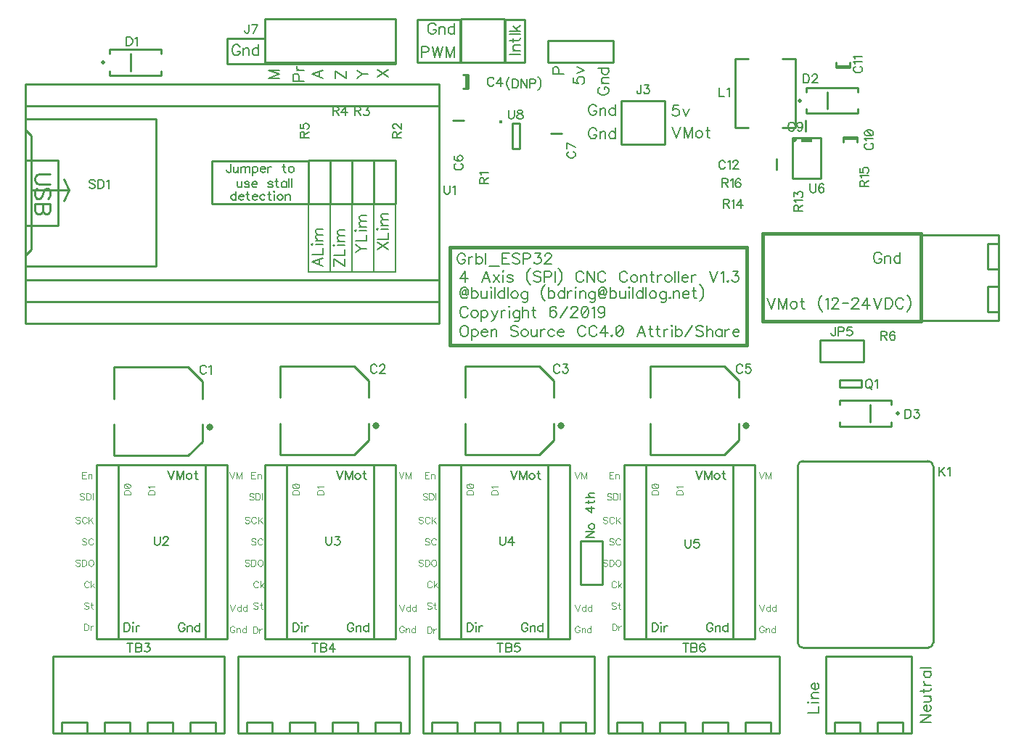
<source format=gbr>
G04 DipTrace 3.3.1.3*
G04 TopSilk.gbr*
%MOIN*%
G04 #@! TF.FileFunction,Legend,Top*
G04 #@! TF.Part,Single*
%ADD10C,0.009843*%
%ADD22C,0.008*%
%ADD23C,0.01*%
%ADD24C,0.0151*%
%ADD25C,0.031465*%
%ADD30C,0.019695*%
%ADD50C,0.019705*%
%ADD53C,0.015395*%
%ADD124C,0.006176*%
%ADD125C,0.00772*%
%ADD126C,0.004632*%
%ADD128C,0.010807*%
%FSLAX26Y26*%
G04*
G70*
G90*
G75*
G01*
G04 TopSilk*
%LPD*%
X801171Y1687008D2*
D10*
Y1830721D1*
Y1687008D2*
X1141754D1*
X801171Y1948806D2*
Y2092520D1*
X1141754D1*
X1206703Y1751971D2*
Y1830721D1*
Y1948806D2*
Y2027557D1*
Y1751971D2*
X1141754Y1687008D1*
X1206703Y2027557D2*
X1141754Y2092520D1*
D25*
X1240134Y1818901D3*
X1563770Y1690945D2*
D10*
Y1834658D1*
Y1690945D2*
X1904352D1*
X1563770Y1952743D2*
Y2096457D1*
X1904352D1*
X1969301Y1755908D2*
Y1834658D1*
Y1952743D2*
Y2031494D1*
Y1755908D2*
X1904352Y1690945D1*
X1969301Y2031494D2*
X1904352Y2096457D1*
D25*
X2002732Y1822838D3*
X2413770Y1690945D2*
D10*
Y1834658D1*
Y1690945D2*
X2754352D1*
X2413770Y1952743D2*
Y2096457D1*
X2754352D1*
X2819301Y1755908D2*
Y1834658D1*
Y1952743D2*
Y2031494D1*
Y1755908D2*
X2754352Y1690945D1*
X2819301Y2031494D2*
X2754352Y2096457D1*
D25*
X2852732Y1822838D3*
X2417913Y3437665D2*
D10*
Y3374736D1*
X2425362Y3437665D2*
Y3374736D1*
Y3437665D2*
X2401803D1*
X2425362Y3374736D2*
X2401803D1*
X3263770Y1690945D2*
Y1834658D1*
Y1690945D2*
X3604352D1*
X3263770Y1952743D2*
Y2096457D1*
X3604352D1*
X3669301Y1755908D2*
Y1834658D1*
Y1952743D2*
Y2031494D1*
Y1755908D2*
X3604352Y1690945D1*
X3669301Y2031494D2*
X3604352Y2096457D1*
D25*
X3702732Y1822838D3*
X3977341Y3176130D2*
D10*
Y3227272D1*
X4149236Y3143913D2*
X4212165D1*
X4149236Y3151362D2*
X4212165D1*
X4149236D2*
Y3127803D1*
X4212165Y3151362D2*
Y3127803D1*
X4178932Y3478509D2*
X4116003D1*
X4178932Y3471060D2*
X4116003D1*
X4178932D2*
Y3494619D1*
X4116003Y3471060D2*
Y3494619D1*
X3845060Y3051272D2*
Y3000130D1*
X779322Y3533067D2*
Y3552756D1*
X1015546D1*
Y3533067D1*
X779322Y3454335D2*
Y3434646D1*
X1015546D1*
Y3454335D1*
X877768Y3533067D2*
Y3454335D1*
D30*
X749808Y3493701D3*
X3979322Y3358067D2*
D10*
Y3377756D1*
X4215546D1*
Y3358067D1*
X3979322Y3279335D2*
Y3259646D1*
X4215546D1*
Y3279335D1*
X4077768Y3358067D2*
Y3279335D1*
D30*
X3949808Y3318701D3*
X4370580Y1841835D2*
D10*
Y1822146D1*
X4134355D1*
Y1841835D1*
X4370580Y1920567D2*
Y1940256D1*
X4134355D1*
Y1920567D1*
X4272134Y1841835D2*
Y1920567D1*
D30*
X4400094Y1881201D3*
X2393701Y3493701D2*
D10*
Y3693701D1*
X2593701Y3493701D2*
X2393701D1*
X2593701Y3693701D2*
X2393701D1*
X2593701Y3493701D2*
Y3693701D1*
X3131201Y3118701D2*
Y3318701D1*
X3331201Y3118701D2*
X3131201D1*
X3331201Y3318701D2*
X3131201D1*
X3331201Y3118701D2*
Y3318701D1*
X1919401Y2393701D2*
X1927001D1*
X467801D2*
X2293701D1*
X393701D2*
X467801D1*
X393701Y2293701D2*
Y2393701D1*
Y2293701D2*
X2293701D1*
Y2393701D1*
X2093701Y3693701D2*
X1493701D1*
Y3493701D1*
X2093701D2*
X1493701D1*
X2093701Y3693701D2*
Y3493701D1*
X2793720Y3593706D2*
X3093682D1*
Y3493701D1*
X2793720D1*
Y3593706D1*
X1993701Y2843701D2*
X2093701D1*
X1993701Y3043701D2*
Y2843701D1*
Y3043701D2*
X2093701D1*
Y2843701D1*
X1893701D2*
X1993701D1*
X1893701Y3043701D2*
Y2843701D1*
Y3043701D2*
X1993701D1*
Y2843701D1*
X1793701D2*
X1893701D1*
X1793701Y3043701D2*
Y2843701D1*
Y3043701D2*
X1893701D1*
Y2843701D1*
X1693701D2*
X1793701D1*
X1693701Y3043701D2*
Y2843701D1*
Y3043701D2*
X1793701D1*
Y2843701D1*
X4043701Y2218701D2*
Y2118701D1*
X4243701Y2218701D2*
X4043701D1*
X4243701D2*
Y2118701D1*
X4043701D1*
X3043701Y1293701D2*
X2943701D1*
X3043701Y1093701D2*
Y1293701D1*
Y1093701D2*
X2943701D1*
Y1293701D1*
X3964956Y803150D2*
G02X3940945Y827181I3J24014D01*
G01*
Y1637386D1*
G02X3964956Y1661417I24014J18D01*
G01*
X4538981D1*
G02X4562992Y1637386I-3J-24014D01*
G01*
Y827181D1*
G02X4538981Y803150I-24014J-18D01*
G01*
X3964956D1*
X3712518Y3194611D2*
X3653459D1*
Y3509578D1*
X3712518D1*
X3869991D2*
X3929050D1*
Y3194611D1*
X3869991D1*
X4232482Y2001086D2*
X4134060D1*
Y2032575D1*
X4232482D1*
Y2001086D1*
X394291Y3183447D2*
X419311Y3158472D1*
X394291Y3233465D2*
X994291D1*
Y2558465D1*
X394291D1*
Y3233465D1*
X419311Y3158472D2*
Y2633457D1*
X394291Y2608482D1*
X419311Y2908452D2*
X594271D1*
X569311Y2958470D1*
X594271Y2908452D2*
X569311Y2858435D1*
X4509350Y2307776D2*
X4863681D1*
Y2701476D1*
X4509350D1*
Y2307776D1*
X4814465Y2347146D2*
X4863681D1*
Y2465256D1*
X4814465D1*
Y2347146D1*
Y2543996D2*
X4863681D1*
Y2662106D1*
X4814465D1*
Y2543996D1*
X4070276Y765551D2*
X4463976D1*
Y411220D1*
X4070276D1*
Y765551D1*
X4109646Y460437D2*
X4227756D1*
Y411220D1*
X4109646D1*
Y460437D1*
X4306496D2*
X4424606D1*
Y411220D1*
X4306496D1*
Y460437D1*
X520276Y765551D2*
X1307677D1*
Y411220D1*
X520276D1*
Y765551D1*
X559646Y460437D2*
X677756D1*
Y411220D1*
X559646D1*
Y460437D1*
X756496D2*
X874606D1*
Y411220D1*
X756496D1*
Y460437D1*
X953346D2*
X1071457D1*
Y411220D1*
X953346D1*
Y460437D1*
X1150197D2*
X1268307D1*
Y411220D1*
X1150197D1*
Y460437D1*
X1370276Y765551D2*
X2157677D1*
Y411220D1*
X1370276D1*
Y765551D1*
X1409646Y460437D2*
X1527756D1*
Y411220D1*
X1409646D1*
Y460437D1*
X1606496D2*
X1724606D1*
Y411220D1*
X1606496D1*
Y460437D1*
X1803346D2*
X1921457D1*
Y411220D1*
X1803346D1*
Y460437D1*
X2000197D2*
X2118307D1*
Y411220D1*
X2000197D1*
Y460437D1*
X2220276Y765551D2*
X3007677D1*
Y411220D1*
X2220276D1*
Y765551D1*
X2259646Y460437D2*
X2377756D1*
Y411220D1*
X2259646D1*
Y460437D1*
X2456496D2*
X2574606D1*
Y411220D1*
X2456496D1*
Y460437D1*
X2653346D2*
X2771457D1*
Y411220D1*
X2653346D1*
Y460437D1*
X2850197D2*
X2968307D1*
Y411220D1*
X2850197D1*
Y460437D1*
X3070276Y765551D2*
X3857677D1*
Y411220D1*
X3070276D1*
Y765551D1*
X3109646Y460437D2*
X3227756D1*
Y411220D1*
X3109646D1*
Y460437D1*
X3306496D2*
X3424606D1*
Y411220D1*
X3306496D1*
Y460437D1*
X3503346D2*
X3621457D1*
Y411220D1*
X3503346D1*
Y460437D1*
X3700197D2*
X3818307D1*
Y411220D1*
X3700197D1*
Y460437D1*
X2293717Y3393701D2*
X393701D1*
Y2393701D1*
X2293717D1*
Y3393701D1*
Y3293701D2*
X393701D1*
X2293717Y2493701D2*
X393701D1*
X2294146Y3209801D2*
D3*
X543601Y3043701D2*
X393701D1*
Y2743701D1*
X543601D1*
Y3043701D1*
X718701Y1643701D2*
X818721D1*
Y843701D1*
X718701D1*
Y1643701D1*
X1218681D2*
X1318701D1*
Y843701D1*
X1218681D1*
Y1643701D1*
X818721D2*
X1218681D1*
Y843701D1*
X818721D1*
Y1643701D1*
X1493701D2*
X1593721D1*
Y843701D1*
X1493701D1*
Y1643701D1*
X1993681D2*
X2093701D1*
Y843701D1*
X1993681D1*
Y1643701D1*
X1593721D2*
X1993681D1*
Y843701D1*
X1593721D1*
Y1643701D1*
X2293701D2*
X2393721D1*
Y843701D1*
X2293701D1*
Y1643701D1*
X2793681D2*
X2893701D1*
Y843701D1*
X2793681D1*
Y1643701D1*
X2393721D2*
X2793681D1*
Y843701D1*
X2393721D1*
Y1643701D1*
X3143701D2*
X3243721D1*
Y843701D1*
X3143701D1*
Y1643701D1*
X3643681D2*
X3743701D1*
Y843701D1*
X3643681D1*
Y1643701D1*
X3243721D2*
X3643681D1*
Y843701D1*
X3243721D1*
Y1643701D1*
X4046060Y3147438D2*
X3918104D1*
Y2960430D1*
X4046060D1*
Y3147438D1*
D50*
X3927956Y3137592D3*
G36*
X4006706Y3147438D2*
X3957486D1*
Y3127746D1*
X4006706D1*
Y3147438D1*
G37*
D53*
X2577075Y3220615D3*
X2631141Y3215352D2*
D10*
Y3097244D1*
X2662632Y3215352D2*
Y3097244D1*
X2631141D2*
X2662632D1*
X2631141Y3215352D2*
X2662632D1*
X2355630Y3228810D2*
X2406772D1*
X2805630Y3166310D2*
X2856772D1*
X1693701Y2843701D2*
D22*
X1793701D1*
Y2531201D1*
X1693701D1*
Y2843701D1*
X1793701D2*
X1893701D1*
Y2531201D1*
X1793701D1*
Y2843701D1*
X1893701D2*
X1993701D1*
Y2531201D1*
X1893701D1*
Y2843701D1*
X1993701D2*
X2093701D1*
Y2531201D1*
X1993701D1*
Y2843701D1*
X2598425Y3690945D2*
D23*
X2687008D1*
Y3494094D1*
X2598425D1*
Y3690945D1*
X2194882D2*
X2391732D1*
Y3494094D1*
X2194882D1*
Y3690945D1*
X3779528Y2706693D2*
D24*
X4507874D1*
Y2303150D1*
X3779528D1*
Y2706693D1*
X2342520Y2643701D2*
X3706201D1*
Y2193701D1*
X2342520D1*
Y2643701D1*
X2093701Y3506201D2*
D10*
Y3487451D1*
X1318701D1*
X1318898Y3605020D1*
X1486220D1*
X1692913Y3041339D2*
X1250000D1*
Y2844488D1*
X1692913D1*
Y2854331D1*
X1223847Y2092335D2*
D124*
X1221946Y2096138D1*
X1218099Y2099984D1*
X1214297Y2101886D1*
X1206647D1*
X1202801Y2099984D1*
X1198998Y2096138D1*
X1197053Y2092335D1*
X1195151Y2086587D1*
Y2076992D1*
X1197053Y2071288D1*
X1198998Y2067442D1*
X1202801Y2063639D1*
X1206647Y2061694D1*
X1214297D1*
X1218099Y2063639D1*
X1221946Y2067442D1*
X1223847Y2071288D1*
X1236199Y2094192D2*
X1240045Y2096138D1*
X1245794Y2101841D1*
Y2061694D1*
X2007373Y2096272D2*
X2005472Y2100075D1*
X2001625Y2103921D1*
X1997823Y2105823D1*
X1990173D1*
X1986327Y2103921D1*
X1982524Y2100075D1*
X1980579Y2096272D1*
X1978677Y2090524D1*
Y2080929D1*
X1980579Y2075225D1*
X1982524Y2071379D1*
X1986327Y2067576D1*
X1990173Y2065631D1*
X1997823D1*
X2001625Y2067576D1*
X2005472Y2071379D1*
X2007373Y2075225D1*
X2021670Y2096228D2*
Y2098129D1*
X2023572Y2101976D1*
X2025473Y2103877D1*
X2029320Y2105778D1*
X2036969D1*
X2040771Y2103877D1*
X2042673Y2101976D1*
X2044618Y2098129D1*
Y2094326D1*
X2042673Y2090480D1*
X2038870Y2084776D1*
X2019725Y2065631D1*
X2046519D1*
X2847531Y2096272D2*
X2845630Y2100075D1*
X2841783Y2103921D1*
X2837980Y2105823D1*
X2830331D1*
X2826484Y2103921D1*
X2822682Y2100075D1*
X2820736Y2096272D1*
X2818835Y2090524D1*
Y2080929D1*
X2820736Y2075225D1*
X2822682Y2071379D1*
X2826484Y2067576D1*
X2830331Y2065631D1*
X2837980D1*
X2841783Y2067576D1*
X2845630Y2071379D1*
X2847531Y2075225D1*
X2863729Y2105778D2*
X2884731D1*
X2873280Y2090480D1*
X2879028D1*
X2882830Y2088578D1*
X2884731Y2086677D1*
X2886677Y2080929D1*
Y2077127D1*
X2884731Y2071379D1*
X2880929Y2067532D1*
X2875181Y2065631D1*
X2869433D1*
X2863729Y2067532D1*
X2861828Y2069477D1*
X2859882Y2073280D1*
X2544907Y3415662D2*
X2543006Y3419464D1*
X2539159Y3423311D1*
X2535356Y3425212D1*
X2527707D1*
X2523860Y3423311D1*
X2520058Y3419464D1*
X2518112Y3415662D1*
X2516211Y3409914D1*
Y3400319D1*
X2518112Y3394615D1*
X2520058Y3390768D1*
X2523860Y3386966D1*
X2527707Y3385020D1*
X2535356D1*
X2539159Y3386966D1*
X2543006Y3390768D1*
X2544907Y3394615D1*
X2576404Y3385020D2*
Y3425168D1*
X2557258Y3398418D1*
X2585954D1*
X3687688Y2096272D2*
X3685787Y2100075D1*
X3681940Y2103921D1*
X3678138Y2105823D1*
X3670488D1*
X3666642Y2103921D1*
X3662839Y2100075D1*
X3660894Y2096272D1*
X3658992Y2090524D1*
Y2080929D1*
X3660894Y2075225D1*
X3662839Y2071379D1*
X3666642Y2067576D1*
X3670488Y2065631D1*
X3678138D1*
X3681940Y2067576D1*
X3685787Y2071379D1*
X3687688Y2075225D1*
X3722988Y2105778D2*
X3703886D1*
X3701985Y2088578D1*
X3703886Y2090480D1*
X3709635Y2092425D1*
X3715338D1*
X3721086Y2090480D1*
X3724933Y2086677D1*
X3726834Y2080929D1*
Y2077127D1*
X3724933Y2071379D1*
X3721086Y2067532D1*
X3715338Y2065631D1*
X3709635D1*
X3703886Y2067532D1*
X3701985Y2069477D1*
X3700040Y2073280D1*
X3925833Y3208701D2*
X3923932Y3212504D1*
X3920085Y3216350D1*
X3916283Y3218252D1*
X3908633D1*
X3904787Y3216350D1*
X3900984Y3212504D1*
X3899039Y3208701D1*
X3897137Y3202953D1*
Y3193358D1*
X3899039Y3187654D1*
X3900984Y3183808D1*
X3904787Y3180005D1*
X3908633Y3178060D1*
X3916283D1*
X3920085Y3180005D1*
X3923932Y3183808D1*
X3925833Y3187654D1*
X3963078Y3204854D2*
X3961132Y3199106D1*
X3957330Y3195260D1*
X3951582Y3193358D1*
X3949681D1*
X3943933Y3195260D1*
X3940130Y3199106D1*
X3938185Y3204854D1*
Y3206756D1*
X3940130Y3212504D1*
X3943933Y3216306D1*
X3949681Y3218207D1*
X3951582D1*
X3957330Y3216306D1*
X3961132Y3212504D1*
X3963078Y3204854D1*
Y3195260D1*
X3961132Y3185709D1*
X3957330Y3179961D1*
X3951582Y3178060D1*
X3947779D1*
X3942031Y3179961D1*
X3940130Y3183808D1*
X4257240Y3121885D2*
X4253437Y3119983D1*
X4249591Y3116137D1*
X4247689Y3112334D1*
Y3104685D1*
X4249591Y3100838D1*
X4253437Y3097035D1*
X4257240Y3095090D1*
X4262988Y3093189D1*
X4272583D1*
X4278286Y3095090D1*
X4282133Y3097035D1*
X4285936Y3100838D1*
X4287881Y3104685D1*
Y3112334D1*
X4285936Y3116137D1*
X4282133Y3119983D1*
X4278287Y3121885D1*
X4255383Y3134236D2*
X4253437Y3138083D1*
X4247734Y3143831D1*
X4287881D1*
X4247734Y3167678D2*
X4249635Y3161930D1*
X4255383Y3158083D1*
X4264933Y3156182D1*
X4270681D1*
X4280232Y3158083D1*
X4285980Y3161930D1*
X4287881Y3167678D1*
Y3171481D1*
X4285980Y3177229D1*
X4280232Y3181031D1*
X4270681Y3182977D1*
X4264933D1*
X4255383Y3181031D1*
X4249635Y3177229D1*
X4247734Y3171481D1*
Y3167678D1*
X4255383Y3181031D2*
X4280232Y3158083D1*
X4206757Y3475242D2*
X4202954Y3473341D1*
X4199108Y3469494D1*
X4197206Y3465691D1*
Y3458042D1*
X4199108Y3454195D1*
X4202954Y3450393D1*
X4206757Y3448447D1*
X4212505Y3446546D1*
X4222100D1*
X4227804Y3448447D1*
X4231650Y3450393D1*
X4235453Y3454195D1*
X4237398Y3458042D1*
Y3465691D1*
X4235453Y3469494D1*
X4231650Y3473340D1*
X4227804Y3475242D1*
X4204900Y3487593D2*
X4202954Y3491440D1*
X4197251Y3497188D1*
X4237398D1*
X4204900Y3509539D2*
X4202954Y3513386D1*
X4197251Y3519134D1*
X4237398D1*
X3607486Y3034269D2*
X3605584Y3038072D1*
X3601738Y3041919D1*
X3597935Y3043820D1*
X3590286D1*
X3586439Y3041919D1*
X3582636Y3038072D1*
X3580691Y3034269D1*
X3578790Y3028521D1*
Y3018927D1*
X3580691Y3013223D1*
X3582636Y3009376D1*
X3586439Y3005573D1*
X3590286Y3003628D1*
X3597935D1*
X3601738Y3005573D1*
X3605584Y3009376D1*
X3607486Y3013223D1*
X3619837Y3036126D2*
X3623684Y3038072D1*
X3629432Y3043776D1*
Y3003628D1*
X3643729Y3034225D2*
Y3036126D1*
X3645630Y3039973D1*
X3647531Y3041874D1*
X3651378Y3043776D1*
X3659027D1*
X3662830Y3041874D1*
X3664731Y3039973D1*
X3666677Y3036126D1*
Y3032324D1*
X3664731Y3028477D1*
X3660929Y3022773D1*
X3641783Y3003628D1*
X3668578D1*
X858307Y3611334D2*
Y3571142D1*
X871704D1*
X877452Y3573088D1*
X881299Y3576890D1*
X883200Y3580737D1*
X885101Y3586441D1*
Y3596036D1*
X883200Y3601784D1*
X881299Y3605586D1*
X877452Y3609433D1*
X871704Y3611334D1*
X858307D1*
X897453Y3603641D2*
X901300Y3605586D1*
X907048Y3611290D1*
Y3571142D1*
X3966548Y3439844D2*
Y3399652D1*
X3979945D1*
X3985693Y3401597D1*
X3989540Y3405400D1*
X3991441Y3409246D1*
X3993343Y3414950D1*
Y3424545D1*
X3991441Y3430293D1*
X3989540Y3434096D1*
X3985693Y3437942D1*
X3979945Y3439844D1*
X3966548D1*
X4007640Y3430249D2*
Y3432150D1*
X4009541Y3435997D1*
X4011442Y3437898D1*
X4015289Y3439799D1*
X4022938D1*
X4026741Y3437898D1*
X4028642Y3435997D1*
X4030587Y3432150D1*
Y3428347D1*
X4028642Y3424501D1*
X4024839Y3418797D1*
X4005694Y3399652D1*
X4032489D1*
X4434254Y1898834D2*
Y1858642D1*
X4447651D1*
X4453399Y1860588D1*
X4457246Y1864390D1*
X4459147Y1868237D1*
X4461049Y1873941D1*
Y1883536D1*
X4459147Y1889284D1*
X4457246Y1893086D1*
X4453399Y1896933D1*
X4447651Y1898834D1*
X4434254D1*
X4477247Y1898790D2*
X4498249D1*
X4486797Y1883492D1*
X4492545D1*
X4496348Y1881590D1*
X4498249Y1879689D1*
X4500195Y1873941D1*
Y1870138D1*
X4498249Y1864390D1*
X4494447Y1860544D1*
X4488699Y1858642D1*
X4482951D1*
X4477247Y1860544D1*
X4475346Y1862489D1*
X4473400Y1866292D1*
X3221200Y3389779D2*
Y3359182D1*
X3219299Y3353434D1*
X3217354Y3351533D1*
X3213551Y3349587D1*
X3209704D1*
X3205902Y3351533D1*
X3204001Y3353434D1*
X3202055Y3359182D1*
Y3362985D1*
X3237399Y3389735D2*
X3258401D1*
X3246949Y3374436D1*
X3252697D1*
X3256500Y3372535D1*
X3258401Y3370634D1*
X3260347Y3364886D1*
Y3361083D1*
X3258401Y3355335D1*
X3254598Y3351489D1*
X3248850Y3349587D1*
X3243102D1*
X3237399Y3351489D1*
X3235497Y3353434D1*
X3233552Y3357237D1*
X1420084Y3667825D2*
Y3637228D1*
X1418182Y3631480D1*
X1416237Y3629579D1*
X1412434Y3627633D1*
X1408588D1*
X1404785Y3629579D1*
X1402884Y3631480D1*
X1400938Y3637228D1*
Y3641031D1*
X1440084Y3627633D2*
X1459230Y3667781D1*
X1432435D1*
X4114127Y2277279D2*
Y2246682D1*
X4112226Y2240934D1*
X4110281Y2239033D1*
X4106478Y2237087D1*
X4102631D1*
X4098829Y2239033D1*
X4096928Y2240934D1*
X4094982Y2246682D1*
Y2250485D1*
X4126479Y2256233D2*
X4143723D1*
X4149427Y2258134D1*
X4151372Y2260079D1*
X4153273Y2263882D1*
Y2269630D1*
X4151372Y2273432D1*
X4149427Y2275378D1*
X4143723Y2277279D1*
X4126479D1*
Y2237087D1*
X4188573Y2277235D2*
X4169472D1*
X4167570Y2260035D1*
X4169472Y2261936D1*
X4175220Y2263882D1*
X4180923D1*
X4186672Y2261936D1*
X4190518Y2258134D1*
X4192420Y2252386D1*
Y2248583D1*
X4190518Y2242835D1*
X4186672Y2238989D1*
X4180923Y2237087D1*
X4175220D1*
X4169472Y2238989D1*
X4167570Y2240934D1*
X4165625Y2244737D1*
X4590098Y1632496D2*
Y1592304D1*
X4616893Y1632496D2*
X4590098Y1605701D1*
X4599649Y1615296D2*
X4616893Y1592304D1*
X4629244Y1624802D2*
X4633091Y1626748D1*
X4638839Y1632452D1*
Y1592304D1*
X3581308Y3377019D2*
Y3336827D1*
X3604255D1*
X3616607Y3369326D2*
X3620454Y3371271D1*
X3626202Y3376975D1*
Y3336827D1*
X4264139Y2036039D2*
X4260337Y2034182D1*
X4256490Y2030335D1*
X4254589Y2026489D1*
X4252643Y2020740D1*
Y2011190D1*
X4254589Y2005442D1*
X4256490Y2001639D1*
X4260337Y1997793D1*
X4264139Y1995891D1*
X4271789D1*
X4275635Y1997793D1*
X4279438Y2001639D1*
X4281339Y2005442D1*
X4283285Y2011190D1*
Y2020740D1*
X4281339Y2026489D1*
X4279438Y2030335D1*
X4275635Y2034182D1*
X4271789Y2036039D1*
X4264139D1*
X4269887Y2003541D2*
X4281339Y1992045D1*
X4295636Y2028346D2*
X4299483Y2030291D1*
X4305231Y2035995D1*
Y1995847D1*
X2499739Y2938179D2*
X2499740Y2955379D1*
X2497794Y2961127D1*
X2495893Y2963072D1*
X2492090Y2964974D1*
X2488243D1*
X2484441Y2963072D1*
X2482495Y2961127D1*
X2480594Y2955379D1*
Y2938179D1*
X2520786D1*
X2499740Y2951576D2*
X2520786Y2964973D1*
X2488288Y2977325D2*
X2486342Y2981172D1*
X2480638Y2986920D1*
X2520786D1*
X2099740Y3148132D2*
Y3165332D1*
X2097795Y3171080D1*
X2095893Y3173025D1*
X2092091Y3174927D1*
X2088244D1*
X2084442Y3173025D1*
X2082496Y3171080D1*
X2080595Y3165332D1*
Y3148132D1*
X2120787D1*
X2099740Y3161529D2*
X2120787Y3174927D1*
X2090190Y3189224D2*
X2088288D1*
X2084442Y3191125D1*
X2082540Y3193026D1*
X2080639Y3196873D1*
Y3204522D1*
X2082540Y3208325D1*
X2084442Y3210226D1*
X2088288Y3212172D1*
X2092091D1*
X2095938Y3210226D1*
X2101641Y3206423D1*
X2120787Y3187278D1*
Y3214073D1*
X1906203Y3270535D2*
X1923403D1*
X1929151Y3272481D1*
X1931096Y3274382D1*
X1932998Y3278185D1*
Y3282032D1*
X1931096Y3285834D1*
X1929151Y3287780D1*
X1923403Y3289681D1*
X1906203D1*
Y3249489D1*
X1919600Y3270535D2*
X1932998Y3249489D1*
X1949196Y3289637D2*
X1970198D1*
X1958746Y3274338D1*
X1964494D1*
X1968297Y3272437D1*
X1970198Y3270535D1*
X1972144Y3264787D1*
Y3260985D1*
X1970198Y3255237D1*
X1966396Y3251390D1*
X1960648Y3249489D1*
X1954900D1*
X1949196Y3251390D1*
X1947294Y3253336D1*
X1945349Y3257138D1*
X1805252Y3270535D2*
X1822452D1*
X1828200Y3272481D1*
X1830146Y3274382D1*
X1832047Y3278185D1*
Y3282032D1*
X1830146Y3285834D1*
X1828200Y3287780D1*
X1822452Y3289681D1*
X1805252D1*
Y3249489D1*
X1818650Y3270535D2*
X1832047Y3249489D1*
X1863544D2*
Y3289637D1*
X1844398Y3262886D1*
X1873094D1*
X1674740Y3148132D2*
Y3165332D1*
X1672795Y3171080D1*
X1670893Y3173025D1*
X1667091Y3174927D1*
X1663244D1*
X1659442Y3173025D1*
X1657496Y3171080D1*
X1655595Y3165332D1*
Y3148132D1*
X1695787D1*
X1674740Y3161529D2*
X1695787Y3174927D1*
X1655639Y3210226D2*
Y3191125D1*
X1672839Y3189224D1*
X1670938Y3191125D1*
X1668992Y3196873D1*
Y3202577D1*
X1670938Y3208325D1*
X1674740Y3212171D1*
X1680488Y3214073D1*
X1684291D1*
X1690039Y3212171D1*
X1693886Y3208325D1*
X1695787Y3202577D1*
Y3196873D1*
X1693886Y3191125D1*
X1691940Y3189224D1*
X1688138Y3187278D1*
X4324105Y2237661D2*
X4341305D1*
X4347053Y2239607D1*
X4348998Y2241508D1*
X4350899Y2245311D1*
Y2249158D1*
X4348998Y2252960D1*
X4347053Y2254906D1*
X4341305Y2256807D1*
X4324105D1*
Y2216615D1*
X4337502Y2237661D2*
X4350899Y2216615D1*
X4386199Y2251059D2*
X4384297Y2254861D1*
X4378549Y2256763D1*
X4374747D1*
X4368999Y2254861D1*
X4365152Y2249113D1*
X4363251Y2239563D1*
Y2230012D1*
X4365152Y2222363D1*
X4368999Y2218516D1*
X4374747Y2216615D1*
X4376648D1*
X4382352Y2218516D1*
X4386199Y2222363D1*
X4388100Y2228111D1*
Y2230012D1*
X4386199Y2235760D1*
X4382352Y2239563D1*
X4376648Y2241464D1*
X4374747D1*
X4368999Y2239563D1*
X4365152Y2235760D1*
X4363251Y2230012D1*
X3943240Y2812159D2*
Y2829359D1*
X3941295Y2835107D1*
X3939393Y2837052D1*
X3935591Y2838954D1*
X3931744D1*
X3927942Y2837052D1*
X3925996Y2835107D1*
X3924095Y2829359D1*
Y2812159D1*
X3964287D1*
X3943240Y2825556D2*
X3964287Y2838954D1*
X3931788Y2851305D2*
X3929843Y2855152D1*
X3924139Y2860900D1*
X3964287D1*
X3924139Y2877098D2*
Y2898100D1*
X3939438Y2886649D1*
Y2892397D1*
X3941339Y2896199D1*
X3943240Y2898100D1*
X3948988Y2900046D1*
X3952791D1*
X3958539Y2898100D1*
X3962386Y2894298D1*
X3964287Y2888550D1*
Y2882802D1*
X3962386Y2877098D1*
X3960440Y2875197D1*
X3956638Y2873251D1*
X3599458Y2845161D2*
X3616657D1*
X3622406Y2847107D1*
X3624351Y2849008D1*
X3626252Y2852811D1*
Y2856658D1*
X3624351Y2860460D1*
X3622406Y2862406D1*
X3616657Y2864307D1*
X3599458D1*
Y2824115D1*
X3612855Y2845161D2*
X3626252Y2824115D1*
X3638604Y2856613D2*
X3642450Y2858559D1*
X3648198Y2864263D1*
Y2824115D1*
X3679695D2*
Y2864263D1*
X3660550Y2837512D1*
X3689246D1*
X4245489Y2923659D2*
X4245490Y2940859D1*
X4243544Y2946607D1*
X4241643Y2948552D1*
X4237840Y2950454D1*
X4233993D1*
X4230191Y2948552D1*
X4228245Y2946607D1*
X4226344Y2940859D1*
Y2923659D1*
X4266536D1*
X4245490Y2937056D2*
X4266536Y2950454D1*
X4234038Y2962805D2*
X4232092Y2966652D1*
X4226388Y2972400D1*
X4266536D1*
X4226388Y3007699D2*
Y2988598D1*
X4243588Y2986697D1*
X4241687Y2988598D1*
X4239742Y2994346D1*
Y3000050D1*
X4241687Y3005798D1*
X4245490Y3009645D1*
X4251238Y3011546D1*
X4255040D1*
X4260788Y3009645D1*
X4264635Y3005798D1*
X4266536Y3000050D1*
Y2994346D1*
X4264635Y2988598D1*
X4262689Y2986697D1*
X4258887Y2984751D1*
X3593828Y2940161D2*
X3611028D1*
X3616776Y2942107D1*
X3618722Y2944008D1*
X3620623Y2947811D1*
Y2951658D1*
X3618722Y2955460D1*
X3616776Y2957406D1*
X3611028Y2959307D1*
X3593828D1*
Y2919115D1*
X3607226Y2940161D2*
X3620623Y2919115D1*
X3632975Y2951613D2*
X3636821Y2953559D1*
X3642569Y2959263D1*
Y2919115D1*
X3677869Y2953559D2*
X3675967Y2957361D1*
X3670219Y2959263D1*
X3666417D1*
X3660669Y2957361D1*
X3656822Y2951613D1*
X3654921Y2942063D1*
Y2932512D1*
X3656822Y2924863D1*
X3660669Y2921016D1*
X3666417Y2919115D1*
X3668318D1*
X3674022Y2921016D1*
X3677869Y2924863D1*
X3679770Y2930611D1*
Y2932512D1*
X3677869Y2938260D1*
X3674022Y2942063D1*
X3668318Y2943964D1*
X3666417D1*
X3660669Y2942063D1*
X3656822Y2938260D1*
X3654921Y2932512D1*
X714643Y2948795D2*
X710840Y2952642D1*
X705092Y2954543D1*
X697443D1*
X691695Y2952642D1*
X687848Y2948795D1*
Y2944992D1*
X689793Y2941146D1*
X691695Y2939244D1*
X695497Y2937343D1*
X706993Y2933496D1*
X710840Y2931595D1*
X712741Y2929650D1*
X714643Y2925847D1*
Y2920099D1*
X710840Y2916297D1*
X705092Y2914351D1*
X697443D1*
X691695Y2916297D1*
X687848Y2920099D1*
X726994Y2954543D2*
Y2914351D1*
X740391D1*
X746139Y2916297D1*
X749986Y2920099D1*
X751887Y2923946D1*
X753789Y2929650D1*
Y2939244D1*
X751887Y2944992D1*
X749986Y2948795D1*
X746139Y2952642D1*
X740391Y2954543D1*
X726994D1*
X766140Y2946850D2*
X769987Y2948795D1*
X775735Y2954499D1*
Y2914351D1*
X874830Y824130D2*
Y783938D1*
X861433Y824130D2*
X888228D1*
X900579D2*
Y783938D1*
X917823D1*
X923571Y785883D1*
X925472Y787784D1*
X927374Y791587D1*
Y797335D1*
X925472Y801182D1*
X923571Y803083D1*
X917823Y804984D1*
X923571Y806930D1*
X925472Y808831D1*
X927374Y812634D1*
Y816480D1*
X925472Y820283D1*
X923571Y822228D1*
X917823Y824130D1*
X900579D1*
Y804984D2*
X917823D1*
X943572Y824085D2*
X964574D1*
X953122Y808787D1*
X958870D1*
X962673Y806886D1*
X964574Y804984D1*
X966520Y799236D1*
Y795434D1*
X964574Y789686D1*
X960772Y785839D1*
X955024Y783938D1*
X949276D1*
X943572Y785839D1*
X941671Y787784D1*
X939725Y791587D1*
X1723880Y824130D2*
Y783938D1*
X1710482Y824130D2*
X1737277D1*
X1749628D2*
Y783938D1*
X1766873D1*
X1772621Y785883D1*
X1774522Y787784D1*
X1776423Y791587D1*
Y797335D1*
X1774522Y801182D1*
X1772621Y803083D1*
X1766873Y804984D1*
X1772621Y806930D1*
X1774522Y808831D1*
X1776423Y812634D1*
Y816480D1*
X1774522Y820283D1*
X1772621Y822228D1*
X1766873Y824130D1*
X1749628D1*
Y804984D2*
X1766873D1*
X1807920Y783938D2*
Y824085D1*
X1788774Y797335D1*
X1817470D1*
X2574830Y824130D2*
Y783938D1*
X2561433Y824130D2*
X2588228D1*
X2600579D2*
Y783938D1*
X2617823D1*
X2623571Y785883D1*
X2625472Y787784D1*
X2627374Y791587D1*
Y797335D1*
X2625472Y801182D1*
X2623571Y803083D1*
X2617823Y804984D1*
X2623571Y806930D1*
X2625472Y808831D1*
X2627374Y812634D1*
Y816480D1*
X2625472Y820283D1*
X2623571Y822228D1*
X2617823Y824130D1*
X2600579D1*
Y804984D2*
X2617823D1*
X2662673Y824085D2*
X2643572D1*
X2641671Y806886D1*
X2643572Y808787D1*
X2649320Y810732D1*
X2655024D1*
X2660772Y808787D1*
X2664619Y804984D1*
X2666520Y799236D1*
Y795434D1*
X2664619Y789686D1*
X2660772Y785839D1*
X2655024Y783938D1*
X2649320D1*
X2643572Y785839D1*
X2641671Y787784D1*
X2639725Y791587D1*
X3425803Y824130D2*
Y783938D1*
X3412406Y824130D2*
X3439200D1*
X3451552D2*
Y783938D1*
X3468796D1*
X3474544Y785883D1*
X3476445Y787784D1*
X3478346Y791587D1*
Y797335D1*
X3476445Y801182D1*
X3474544Y803083D1*
X3468796Y804984D1*
X3474544Y806930D1*
X3476445Y808831D1*
X3478346Y812634D1*
Y816480D1*
X3476445Y820283D1*
X3474544Y822228D1*
X3468796Y824130D1*
X3451552D1*
Y804984D2*
X3468796D1*
X3513646Y818382D2*
X3511744Y822184D1*
X3505996Y824085D1*
X3502194D1*
X3496446Y822184D1*
X3492599Y816436D1*
X3490698Y806886D1*
Y797335D1*
X3492599Y789686D1*
X3496446Y785839D1*
X3502194Y783938D1*
X3504095D1*
X3509799Y785839D1*
X3513646Y789686D1*
X3515547Y795434D1*
Y797335D1*
X3513646Y803083D1*
X3509799Y806886D1*
X3504095Y808787D1*
X3502194D1*
X3496446Y806886D1*
X3492599Y803083D1*
X3490698Y797335D1*
X2316574Y2927279D2*
Y2898583D1*
X2318476Y2892835D1*
X2322322Y2889033D1*
X2328071Y2887087D1*
X2331873D1*
X2337621Y2889033D1*
X2341468Y2892835D1*
X2343369Y2898583D1*
Y2927279D1*
X2355721Y2919586D2*
X2359567Y2921531D1*
X2365315Y2927235D1*
Y2887087D1*
X985730Y1314779D2*
Y1286083D1*
X987632Y1280335D1*
X991478Y1276533D1*
X997226Y1274587D1*
X1001029D1*
X1006777Y1276533D1*
X1010624Y1280335D1*
X1012525Y1286083D1*
Y1314779D1*
X1026822Y1305184D2*
Y1307086D1*
X1028723Y1310932D1*
X1030625Y1312834D1*
X1034471Y1314735D1*
X1042121D1*
X1045923Y1312834D1*
X1047824Y1310932D1*
X1049770Y1307086D1*
Y1303283D1*
X1047824Y1299436D1*
X1044022Y1293733D1*
X1024876Y1274587D1*
X1051671D1*
X1773230Y1314779D2*
Y1286083D1*
X1775132Y1280335D1*
X1778978Y1276533D1*
X1784726Y1274587D1*
X1788529D1*
X1794277Y1276533D1*
X1798124Y1280335D1*
X1800025Y1286083D1*
Y1314779D1*
X1816223Y1314735D2*
X1837226D1*
X1825774Y1299436D1*
X1831522D1*
X1835324Y1297535D1*
X1837226Y1295634D1*
X1839171Y1289886D1*
Y1286083D1*
X1837226Y1280335D1*
X1833423Y1276489D1*
X1827675Y1274587D1*
X1821927D1*
X1816223Y1276489D1*
X1814322Y1278434D1*
X1812376Y1282237D1*
X2572280Y1314779D2*
Y1286083D1*
X2574181Y1280335D1*
X2578028Y1276533D1*
X2583776Y1274587D1*
X2587578D1*
X2593326Y1276533D1*
X2597173Y1280335D1*
X2599074Y1286083D1*
Y1314779D1*
X2630571Y1274587D2*
Y1314735D1*
X2611426Y1287985D1*
X2640122D1*
X3423230Y1302279D2*
Y1273583D1*
X3425132Y1267835D1*
X3428978Y1264033D1*
X3434726Y1262087D1*
X3438529D1*
X3444277Y1264033D1*
X3448124Y1267835D1*
X3450025Y1273583D1*
Y1302279D1*
X3485324Y1302235D2*
X3466223D1*
X3464322Y1285035D1*
X3466223Y1286936D1*
X3471971Y1288882D1*
X3477675D1*
X3483423Y1286936D1*
X3487270Y1283134D1*
X3489171Y1277386D1*
Y1273583D1*
X3487270Y1267835D1*
X3483423Y1263989D1*
X3477675Y1262087D1*
X3471971D1*
X3466223Y1263989D1*
X3464322Y1265934D1*
X3462376Y1269737D1*
X3997561Y2935790D2*
Y2907094D1*
X3999463Y2901346D1*
X4003309Y2897543D1*
X4009057Y2895598D1*
X4012860D1*
X4018608Y2897543D1*
X4022455Y2901346D1*
X4024356Y2907094D1*
Y2935790D1*
X4059655Y2930042D2*
X4057754Y2933844D1*
X4052006Y2935746D1*
X4048204D1*
X4042456Y2933844D1*
X4038609Y2928096D1*
X4036707Y2918546D1*
Y2908995D1*
X4038609Y2901346D1*
X4042456Y2897499D1*
X4048204Y2895598D1*
X4050105D1*
X4055809Y2897499D1*
X4059655Y2901346D1*
X4061557Y2907094D1*
Y2908995D1*
X4059655Y2914743D1*
X4055809Y2918546D1*
X4050105Y2920447D1*
X4048204D1*
X4042456Y2918546D1*
X4038609Y2914743D1*
X4036707Y2908995D1*
X2612567Y3274393D2*
Y3245697D1*
X2614469Y3239949D1*
X2618316Y3236147D1*
X2624064Y3234201D1*
X2627866D1*
X2633614Y3236147D1*
X2637461Y3239949D1*
X2639362Y3245697D1*
Y3274393D1*
X2661264Y3274349D2*
X2655560Y3272448D1*
X2653615Y3268645D1*
Y3264799D1*
X2655560Y3260996D1*
X2659363Y3259051D1*
X2667012Y3257149D1*
X2672760Y3255248D1*
X2676563Y3251401D1*
X2678464Y3247599D1*
Y3241851D1*
X2676563Y3238048D1*
X2674661Y3236103D1*
X2668913Y3234201D1*
X2661264D1*
X2655560Y3236103D1*
X2653615Y3238048D1*
X2651714Y3241851D1*
Y3247599D1*
X2653615Y3251401D1*
X2657462Y3255248D1*
X2663165Y3257149D1*
X2670815Y3259051D1*
X2674661Y3260996D1*
X2676563Y3264799D1*
Y3268645D1*
X2674661Y3272448D1*
X2668913Y3274349D1*
X2661264D1*
X2371395Y3028682D2*
X2367593Y3026780D1*
X2363746Y3022933D1*
X2361845Y3019131D1*
Y3011482D1*
X2363746Y3007635D1*
X2367593Y3003832D1*
X2371395Y3001887D1*
X2377143Y2999986D1*
X2386738D1*
X2392442Y3001887D1*
X2396289Y3003832D1*
X2400091Y3007635D1*
X2402037Y3011482D1*
Y3019131D1*
X2400091Y3022933D1*
X2396289Y3026780D1*
X2392442Y3028681D1*
X2367593Y3063981D2*
X2363790Y3062079D1*
X2361889Y3056331D1*
Y3052529D1*
X2363790Y3046781D1*
X2369538Y3042934D1*
X2379089Y3041033D1*
X2388639D1*
X2396289Y3042934D1*
X2400136Y3046781D1*
X2402037Y3052529D1*
Y3054430D1*
X2400136Y3060134D1*
X2396289Y3063981D1*
X2390541Y3065882D1*
X2388639D1*
X2382891Y3063981D1*
X2379089Y3060134D1*
X2377188Y3054430D1*
Y3052529D1*
X2379089Y3046781D1*
X2382891Y3042934D1*
X2388639Y3041033D1*
X2890145Y3083958D2*
X2886343Y3082057D1*
X2882496Y3078210D1*
X2880595Y3074408D1*
Y3066758D1*
X2882496Y3062911D1*
X2886343Y3059109D1*
X2890145Y3057163D1*
X2895893Y3055262D1*
X2905488D1*
X2911192Y3057163D1*
X2915039Y3059109D1*
X2918841Y3062911D1*
X2920787Y3066758D1*
Y3074407D1*
X2918841Y3078210D1*
X2915039Y3082057D1*
X2911192Y3083958D1*
X2920787Y3103959D2*
X2880639Y3123104D1*
Y3096309D1*
X3393526Y3296906D2*
D125*
X3369650D1*
X3367273Y3275406D1*
X3369650Y3277783D1*
X3376835Y3280215D1*
X3383965D1*
X3391150Y3277783D1*
X3395958Y3273030D1*
X3398335Y3265845D1*
Y3261091D1*
X3395958Y3253906D1*
X3391150Y3249098D1*
X3383965Y3246721D1*
X3376835D1*
X3369650Y3249098D1*
X3367273Y3251530D1*
X3364841Y3256283D1*
X3413774Y3280215D2*
X3428144Y3246721D1*
X3442459Y3280215D1*
X3364841Y3196961D2*
X3383965Y3146721D1*
X3403088Y3196961D1*
X3456774Y3146721D2*
Y3196961D1*
X3437650Y3146721D1*
X3418527Y3196961D1*
Y3146721D1*
X3484151Y3180215D2*
X3479398Y3177838D1*
X3474590Y3173030D1*
X3472213Y3165845D1*
Y3161091D1*
X3474590Y3153906D1*
X3479398Y3149153D1*
X3484151Y3146721D1*
X3491336D1*
X3496145Y3149153D1*
X3500898Y3153906D1*
X3503330Y3161091D1*
Y3165845D1*
X3500898Y3173030D1*
X3496145Y3177838D1*
X3491336Y3180215D1*
X3484151D1*
X3525954Y3196961D2*
Y3156283D1*
X3528331Y3149153D1*
X3533139Y3146721D1*
X3537892D1*
X3518769Y3180215D2*
X3535516D1*
X3799586Y2412119D2*
X3818709Y2361879D1*
X3837832Y2412119D1*
X3891518Y2361879D2*
Y2412119D1*
X3872395Y2361879D1*
X3853271Y2412119D1*
Y2361879D1*
X3918895Y2395372D2*
X3914142Y2392995D1*
X3909334Y2388187D1*
X3906957Y2381002D1*
Y2376249D1*
X3909334Y2369064D1*
X3914142Y2364311D1*
X3918895Y2361879D1*
X3926080D1*
X3930889Y2364311D1*
X3935642Y2369064D1*
X3938074Y2376249D1*
Y2381002D1*
X3935642Y2388187D1*
X3930889Y2392995D1*
X3926080Y2395372D1*
X3918895D1*
X3960698Y2412119D2*
Y2371440D1*
X3963075Y2364311D1*
X3967883Y2361879D1*
X3972636D1*
X3953513Y2395372D2*
X3970260D1*
X4053423Y2425218D2*
X4048615Y2420464D1*
X4043862Y2413279D1*
X4039053Y2403718D1*
X4036677Y2391724D1*
Y2382163D1*
X4039053Y2370224D1*
X4043862Y2360663D1*
X4048615Y2353478D1*
X4053423Y2348725D1*
X4068862Y2402502D2*
X4073671Y2404934D1*
X4080856Y2412063D1*
Y2361879D1*
X4098727Y2400125D2*
Y2402502D1*
X4101104Y2407310D1*
X4103480Y2409687D1*
X4108289Y2412063D1*
X4117850D1*
X4122603Y2409687D1*
X4124980Y2407310D1*
X4127412Y2402502D1*
Y2397749D1*
X4124980Y2392940D1*
X4120227Y2385810D1*
X4096295Y2361879D1*
X4129789D1*
X4145228Y2386971D2*
X4172863D1*
X4190734Y2400125D2*
Y2402502D1*
X4193110Y2407310D1*
X4195487Y2409687D1*
X4200295Y2412063D1*
X4209857D1*
X4214610Y2409687D1*
X4216987Y2407310D1*
X4219419Y2402502D1*
Y2397749D1*
X4216987Y2392940D1*
X4212233Y2385810D1*
X4188302Y2361879D1*
X4221795D1*
X4261166D2*
Y2412063D1*
X4237234Y2378625D1*
X4273104D1*
X4288544Y2412119D2*
X4307667Y2361879D1*
X4326790Y2412119D1*
X4342229D2*
Y2361879D1*
X4358976D1*
X4366161Y2364311D1*
X4370969Y2369064D1*
X4373346Y2373872D1*
X4375723Y2381002D1*
Y2392995D1*
X4373346Y2400181D1*
X4370969Y2404934D1*
X4366161Y2409742D1*
X4358976Y2412119D1*
X4342229D1*
X4427032Y2400181D2*
X4424655Y2404934D1*
X4419847Y2409742D1*
X4415094Y2412119D1*
X4405532D1*
X4400724Y2409742D1*
X4395970Y2404934D1*
X4393538Y2400181D1*
X4391162Y2392995D1*
Y2381002D1*
X4393538Y2373872D1*
X4395970Y2369064D1*
X4400724Y2364311D1*
X4405532Y2361879D1*
X4415094D1*
X4419847Y2364311D1*
X4424655Y2369064D1*
X4427032Y2373872D1*
X4442471Y2425218D2*
X4447280Y2420464D1*
X4452033Y2413279D1*
X4456841Y2403718D1*
X4459218Y2391724D1*
Y2382163D1*
X4456841Y2370224D1*
X4452033Y2360663D1*
X4447280Y2353478D1*
X4442471Y2348725D1*
X4325711Y2610023D2*
X4323335Y2614776D1*
X4318526Y2619585D1*
X4313773Y2621961D1*
X4304212D1*
X4299403Y2619585D1*
X4294650Y2614776D1*
X4292218Y2610023D1*
X4289841Y2602838D1*
Y2590845D1*
X4292218Y2583715D1*
X4294650Y2578906D1*
X4299403Y2574153D1*
X4304212Y2571721D1*
X4313773D1*
X4318526Y2574153D1*
X4323335Y2578906D1*
X4325711Y2583715D1*
Y2590845D1*
X4313773D1*
X4341151Y2605215D2*
Y2571721D1*
Y2595653D2*
X4348336Y2602838D1*
X4353144Y2605215D1*
X4360274D1*
X4365082Y2602838D1*
X4367459Y2595653D1*
Y2571721D1*
X4411583Y2621961D2*
Y2571721D1*
Y2598030D2*
X4406830Y2602838D1*
X4402021Y2605215D1*
X4394836D1*
X4390083Y2602838D1*
X4385275Y2598030D1*
X4382898Y2590845D1*
Y2586091D1*
X4385275Y2578906D1*
X4390083Y2574153D1*
X4394836Y2571721D1*
X4402021D1*
X4406830Y2574153D1*
X4411583Y2578906D1*
X2910790Y3423488D2*
Y3399612D1*
X2932289Y3397235D1*
X2929913Y3399612D1*
X2927481Y3406797D1*
Y3413927D1*
X2929913Y3421112D1*
X2934666Y3425920D1*
X2941851Y3428297D1*
X2946604D1*
X2953789Y3425920D1*
X2958598Y3421112D1*
X2960974Y3413927D1*
Y3406797D1*
X2958598Y3399612D1*
X2956166Y3397235D1*
X2951413Y3394804D1*
X2927481Y3443736D2*
X2960974Y3458106D1*
X2927481Y3472421D1*
X3034518Y3381328D2*
X3029765Y3378952D1*
X3024956Y3374143D1*
X3022579Y3369390D1*
Y3359828D1*
X3024956Y3355020D1*
X3029764Y3350267D1*
X3034518Y3347835D1*
X3041703Y3345458D1*
X3053696D1*
X3060826Y3347835D1*
X3065634Y3350267D1*
X3070388Y3355020D1*
X3072819Y3359828D1*
Y3369390D1*
X3070388Y3374143D1*
X3065634Y3378952D1*
X3060826Y3381328D1*
X3053696D1*
Y3369390D1*
X3039326Y3396767D2*
X3072819D1*
X3048888D2*
X3041703Y3403953D1*
X3039326Y3408761D1*
Y3415891D1*
X3041703Y3420699D1*
X3048888Y3423076D1*
X3072819D1*
X3022579Y3467200D2*
X3072819D1*
X3046511D2*
X3041703Y3462447D1*
X3039326Y3457638D1*
Y3450453D1*
X3041703Y3445700D1*
X3046511Y3440892D1*
X3053696Y3438515D1*
X3058449D1*
X3065634Y3440892D1*
X3070388Y3445700D1*
X3072819Y3450453D1*
Y3457638D1*
X3070388Y3462447D1*
X3065634Y3467200D1*
X2842264Y3439583D2*
Y3461138D1*
X2839888Y3468268D1*
X2837456Y3470700D1*
X2832703Y3473076D1*
X2825518D1*
X2820765Y3470700D1*
X2818333Y3468268D1*
X2815956Y3461138D1*
Y3439583D1*
X2866196D1*
X2010734Y2632304D2*
X2060974Y2665797D1*
X2010734D2*
X2060974Y2632304D1*
X2010734Y2681236D2*
X2060974D1*
Y2709921D1*
X2010734Y2725360D2*
X2013111Y2727737D1*
X2010734Y2730169D1*
X2008302Y2727737D1*
X2010734Y2725360D1*
X2027481Y2727737D2*
X2060974D1*
X2027481Y2745608D2*
X2060974D1*
X2037043D2*
X2029858Y2752793D1*
X2027481Y2757601D1*
Y2764731D1*
X2029858Y2769540D1*
X2037043Y2771916D1*
X2060974D1*
X2037043D2*
X2029858Y2779101D1*
X2027481Y2783910D1*
Y2791039D1*
X2029858Y2795848D1*
X2037043Y2798280D1*
X2060974D1*
X1910734Y2619804D2*
X1934666Y2638927D1*
X1960974D1*
X1910734Y2658050D2*
X1934666Y2638927D1*
X1910734Y2673489D2*
X1960974D1*
Y2702174D1*
X1910734Y2717613D2*
X1913111Y2719990D1*
X1910734Y2722422D1*
X1908302Y2719990D1*
X1910734Y2717613D1*
X1927481Y2719990D2*
X1960974D1*
X1927481Y2737861D2*
X1960974D1*
X1937043D2*
X1929858Y2745046D1*
X1927481Y2749854D1*
Y2756984D1*
X1929858Y2761793D1*
X1937043Y2764169D1*
X1960974D1*
X1937043D2*
X1929858Y2771354D1*
X1927481Y2776163D1*
Y2783293D1*
X1929858Y2788101D1*
X1937043Y2790533D1*
X1960974D1*
X1810734Y2557304D2*
Y2590797D1*
X1860974Y2557304D1*
Y2590797D1*
X1810734Y2606236D2*
X1860974D1*
Y2634921D1*
X1810734Y2650360D2*
X1813111Y2652737D1*
X1810734Y2655169D1*
X1808302Y2652737D1*
X1810734Y2650360D1*
X1827481Y2652737D2*
X1860974D1*
X1827481Y2670608D2*
X1860974D1*
X1837043D2*
X1829858Y2677793D1*
X1827481Y2682601D1*
Y2689731D1*
X1829858Y2694540D1*
X1837043Y2696916D1*
X1860974D1*
X1837043D2*
X1829858Y2704101D1*
X1827481Y2708910D1*
Y2716039D1*
X1829858Y2720848D1*
X1837043Y2723280D1*
X1860974D1*
X1760974Y2595605D2*
X1710734Y2576427D1*
X1760974Y2557304D1*
X1744228Y2564489D2*
Y2588420D1*
X1710734Y2611044D2*
X1760974D1*
Y2639729D1*
X1710734Y2655169D2*
X1713111Y2657545D1*
X1710734Y2659977D1*
X1708302Y2657545D1*
X1710734Y2655169D1*
X1727481Y2657545D2*
X1760974D1*
X1727481Y2675416D2*
X1760974D1*
X1737043D2*
X1729858Y2682601D1*
X1727481Y2687410D1*
Y2694540D1*
X1729858Y2699348D1*
X1737043Y2701725D1*
X1760974D1*
X1737043D2*
X1729858Y2708910D1*
X1727481Y2713718D1*
Y2720848D1*
X1729858Y2725656D1*
X1737043Y2728088D1*
X1760974D1*
X2413773Y2484221D2*
Y2534406D1*
X2389841Y2500968D1*
X2425711D1*
X2528053Y2484221D2*
X2508875Y2534461D1*
X2489752Y2484221D1*
X2496937Y2500968D2*
X2520868D1*
X2543493Y2517715D2*
X2569801Y2484221D1*
Y2517715D2*
X2543493Y2484221D1*
X2585240Y2534461D2*
X2587617Y2532085D1*
X2590049Y2534461D1*
X2587617Y2536893D1*
X2585240Y2534461D1*
X2587617Y2517715D2*
Y2484221D1*
X2631796Y2510530D2*
X2629420Y2515338D1*
X2622235Y2517715D1*
X2615049D1*
X2607864Y2515338D1*
X2605488Y2510530D1*
X2607864Y2505776D1*
X2612673Y2503345D1*
X2624611Y2500968D1*
X2629420Y2498591D1*
X2631796Y2493783D1*
Y2491406D1*
X2629420Y2486653D1*
X2622235Y2484221D1*
X2615049D1*
X2607864Y2486653D1*
X2605488Y2491406D1*
X2712583Y2547560D2*
X2707775Y2542807D1*
X2703021Y2535622D1*
X2698213Y2526060D1*
X2695836Y2514067D1*
Y2504505D1*
X2698213Y2492567D1*
X2703021Y2483005D1*
X2707775Y2475820D1*
X2712583Y2471067D1*
X2761516Y2527276D2*
X2756762Y2532085D1*
X2749577Y2534461D1*
X2740016D1*
X2732831Y2532085D1*
X2728022Y2527276D1*
Y2522523D1*
X2730454Y2517715D1*
X2732831Y2515338D1*
X2737584Y2512961D1*
X2751954Y2508153D1*
X2756762Y2505776D1*
X2759139Y2503345D1*
X2761516Y2498591D1*
Y2491406D1*
X2756762Y2486653D1*
X2749577Y2484221D1*
X2740016D1*
X2732831Y2486653D1*
X2728022Y2491406D1*
X2776955Y2508153D2*
X2798510D1*
X2805640Y2510530D1*
X2808072Y2512961D1*
X2810448Y2517715D1*
Y2524900D1*
X2808072Y2529653D1*
X2805640Y2532085D1*
X2798510Y2534461D1*
X2776955D1*
Y2484221D1*
X2825887Y2534461D2*
Y2484221D1*
X2841327Y2547560D2*
X2846135Y2542807D1*
X2850888Y2535622D1*
X2855697Y2526060D1*
X2858073Y2514067D1*
Y2504505D1*
X2855697Y2492567D1*
X2850888Y2483005D1*
X2846135Y2475820D1*
X2841327Y2471067D1*
X2957984Y2522523D2*
X2955607Y2527276D1*
X2950798Y2532085D1*
X2946045Y2534461D1*
X2936484D1*
X2931675Y2532085D1*
X2926922Y2527276D1*
X2924490Y2522523D1*
X2922114Y2515338D1*
Y2503345D1*
X2924490Y2496215D1*
X2926922Y2491406D1*
X2931675Y2486653D1*
X2936484Y2484221D1*
X2946045D1*
X2950798Y2486653D1*
X2955607Y2491406D1*
X2957984Y2496215D1*
X3006916Y2534461D2*
Y2484221D1*
X2973423Y2534461D1*
Y2484221D1*
X3058225Y2522523D2*
X3055849Y2527276D1*
X3051040Y2532085D1*
X3046287Y2534461D1*
X3036725D1*
X3031917Y2532085D1*
X3027164Y2527276D1*
X3024732Y2522523D1*
X3022355Y2515338D1*
Y2503345D1*
X3024732Y2496215D1*
X3027164Y2491406D1*
X3031917Y2486653D1*
X3036725Y2484221D1*
X3046287D1*
X3051040Y2486653D1*
X3055849Y2491406D1*
X3058225Y2496215D1*
X3158135Y2522523D2*
X3155759Y2527276D1*
X3150950Y2532085D1*
X3146197Y2534461D1*
X3136636D1*
X3131827Y2532085D1*
X3127074Y2527276D1*
X3124642Y2522523D1*
X3122265Y2515338D1*
Y2503345D1*
X3124642Y2496215D1*
X3127074Y2491406D1*
X3131827Y2486653D1*
X3136636Y2484221D1*
X3146197D1*
X3150950Y2486653D1*
X3155759Y2491406D1*
X3158135Y2496215D1*
X3185513Y2517715D2*
X3180760Y2515338D1*
X3175951Y2510530D1*
X3173575Y2503345D1*
Y2498591D1*
X3175951Y2491406D1*
X3180760Y2486653D1*
X3185513Y2484221D1*
X3192698D1*
X3197506Y2486653D1*
X3202260Y2491406D1*
X3204691Y2498591D1*
Y2503345D1*
X3202260Y2510530D1*
X3197506Y2515338D1*
X3192698Y2517715D1*
X3185513D1*
X3220131D2*
Y2484221D1*
Y2508153D2*
X3227316Y2515338D1*
X3232124Y2517715D1*
X3239254D1*
X3244062Y2515338D1*
X3246439Y2508153D1*
Y2484221D1*
X3269063Y2534461D2*
Y2493783D1*
X3271440Y2486653D1*
X3276248Y2484221D1*
X3281001D1*
X3261878Y2517715D2*
X3278625D1*
X3296441D2*
Y2484221D1*
Y2503345D2*
X3298873Y2510530D1*
X3303626Y2515338D1*
X3308434Y2517715D1*
X3315619D1*
X3342997D2*
X3338244Y2515338D1*
X3333435Y2510530D1*
X3331058Y2503345D1*
Y2498591D1*
X3333435Y2491406D1*
X3338244Y2486653D1*
X3342997Y2484221D1*
X3350182D1*
X3354990Y2486653D1*
X3359743Y2491406D1*
X3362175Y2498591D1*
Y2503345D1*
X3359743Y2510530D1*
X3354990Y2515338D1*
X3350182Y2517715D1*
X3342997D1*
X3377614Y2534461D2*
Y2484221D1*
X3393054Y2534461D2*
Y2484221D1*
X3408493Y2503345D2*
X3437178D1*
Y2508153D1*
X3434801Y2512961D1*
X3432425Y2515338D1*
X3427616Y2517715D1*
X3420431D1*
X3415678Y2515338D1*
X3410870Y2510530D1*
X3408493Y2503345D1*
Y2498591D1*
X3410870Y2491406D1*
X3415678Y2486653D1*
X3420431Y2484221D1*
X3427616D1*
X3432425Y2486653D1*
X3437178Y2491406D1*
X3452617Y2517715D2*
Y2484221D1*
Y2503345D2*
X3455049Y2510530D1*
X3459802Y2515338D1*
X3464611Y2517715D1*
X3471796D1*
X3535836Y2534461D2*
X3554959Y2484221D1*
X3574082Y2534461D1*
X3589522Y2524844D2*
X3594330Y2527276D1*
X3601515Y2534406D1*
Y2484221D1*
X3619331Y2489030D2*
X3616954Y2486598D1*
X3619331Y2484221D1*
X3621763Y2486598D1*
X3619331Y2489030D1*
X3642010Y2534406D2*
X3668264D1*
X3653949Y2515283D1*
X3661134D1*
X3665887Y2512906D1*
X3668264Y2510530D1*
X3670695Y2503345D1*
Y2498591D1*
X3668264Y2491406D1*
X3663510Y2486598D1*
X3656325Y2484221D1*
X3649140D1*
X3642010Y2486598D1*
X3639634Y2489030D1*
X3637202Y2493783D1*
X2416150Y2447468D2*
X2408965D1*
X2404212Y2445091D1*
X2401780Y2442715D1*
X2399403Y2437906D1*
Y2428345D1*
X2401780Y2425968D1*
X2406588D1*
X2416150Y2428345D1*
X2418526Y2423591D1*
X2420903D1*
X2425711Y2428345D1*
X2428088Y2440283D1*
X2425711Y2447468D1*
X2423335Y2452276D1*
X2418526Y2457029D1*
X2413773Y2459406D1*
X2404212D1*
X2399403Y2457029D1*
X2394650Y2452276D1*
X2392218Y2447468D1*
X2389841Y2440283D1*
Y2428345D1*
X2392218Y2421159D1*
X2394650Y2416406D1*
X2399403Y2411598D1*
X2404212Y2409221D1*
X2413773D1*
X2418526Y2411598D1*
X2423335Y2416406D1*
X2416150Y2449844D2*
Y2428345D1*
X2443527Y2459461D2*
Y2409221D1*
Y2435530D2*
X2448336Y2440338D1*
X2453089Y2442715D1*
X2460274D1*
X2465027Y2440338D1*
X2469836Y2435530D1*
X2472212Y2428345D1*
Y2423591D1*
X2469836Y2416406D1*
X2465027Y2411653D1*
X2460274Y2409221D1*
X2453089D1*
X2448336Y2411653D1*
X2443527Y2416406D1*
X2487651Y2442715D2*
Y2418783D1*
X2490028Y2411653D1*
X2494836Y2409221D1*
X2502021D1*
X2506775Y2411653D1*
X2513960Y2418783D1*
Y2442715D2*
Y2409221D1*
X2529399Y2459461D2*
X2531775Y2457085D1*
X2534207Y2459461D1*
X2531775Y2461893D1*
X2529399Y2459461D1*
X2531775Y2442715D2*
Y2409221D1*
X2549647Y2459461D2*
Y2409221D1*
X2593771Y2459461D2*
Y2409221D1*
Y2435530D2*
X2589018Y2440338D1*
X2584209Y2442715D1*
X2577024D1*
X2572271Y2440338D1*
X2567462Y2435530D1*
X2565086Y2428345D1*
Y2423591D1*
X2567462Y2416406D1*
X2572271Y2411653D1*
X2577024Y2409221D1*
X2584209D1*
X2589018Y2411653D1*
X2593771Y2416406D1*
X2609210Y2459461D2*
Y2409221D1*
X2636587Y2442715D2*
X2631834Y2440338D1*
X2627026Y2435530D1*
X2624649Y2428345D1*
Y2423591D1*
X2627026Y2416406D1*
X2631834Y2411653D1*
X2636587Y2409221D1*
X2643772D1*
X2648581Y2411653D1*
X2653334Y2416406D1*
X2655766Y2423591D1*
Y2428345D1*
X2653334Y2435530D1*
X2648581Y2440338D1*
X2643772Y2442715D1*
X2636587D1*
X2699890Y2440338D2*
Y2402036D1*
X2697513Y2394906D1*
X2695137Y2392475D1*
X2690328Y2390098D1*
X2683143D1*
X2678390Y2392475D1*
X2699890Y2433153D2*
X2695137Y2437906D1*
X2690328Y2440338D1*
X2683143D1*
X2678390Y2437906D1*
X2673582Y2433153D1*
X2671205Y2425968D1*
Y2421159D1*
X2673582Y2414030D1*
X2678390Y2409221D1*
X2683143Y2406845D1*
X2690328D1*
X2695137Y2409221D1*
X2699890Y2414030D1*
X2780677Y2472560D2*
X2775869Y2467807D1*
X2771115Y2460622D1*
X2766307Y2451060D1*
X2763930Y2439067D1*
Y2429505D1*
X2766307Y2417567D1*
X2771115Y2408005D1*
X2775869Y2400820D1*
X2780677Y2396067D1*
X2796116Y2459461D2*
Y2409221D1*
Y2435530D2*
X2800925Y2440338D1*
X2805678Y2442715D1*
X2812863D1*
X2817616Y2440338D1*
X2822425Y2435530D1*
X2824801Y2428345D1*
Y2423591D1*
X2822425Y2416406D1*
X2817616Y2411653D1*
X2812863Y2409221D1*
X2805678D1*
X2800925Y2411653D1*
X2796116Y2416406D1*
X2868925Y2459461D2*
Y2409221D1*
Y2435530D2*
X2864172Y2440338D1*
X2859364Y2442715D1*
X2852179D1*
X2847425Y2440338D1*
X2842617Y2435530D1*
X2840240Y2428345D1*
Y2423591D1*
X2842617Y2416406D1*
X2847425Y2411653D1*
X2852179Y2409221D1*
X2859364D1*
X2864172Y2411653D1*
X2868925Y2416406D1*
X2884364Y2442715D2*
Y2409221D1*
Y2428345D2*
X2886796Y2435530D1*
X2891550Y2440338D1*
X2896358Y2442715D1*
X2903543D1*
X2918982Y2459461D2*
X2921359Y2457085D1*
X2923791Y2459461D1*
X2921359Y2461893D1*
X2918982Y2459461D1*
X2921359Y2442715D2*
Y2409221D1*
X2939230Y2442715D2*
Y2409221D1*
Y2433153D2*
X2946415Y2440338D1*
X2951223Y2442715D1*
X2958353D1*
X2963162Y2440338D1*
X2965538Y2433153D1*
Y2409221D1*
X3009662Y2440338D2*
Y2402036D1*
X3007286Y2394906D1*
X3004909Y2392475D1*
X3000101Y2390098D1*
X2992916D1*
X2988163Y2392475D1*
X3009662Y2433153D2*
X3004909Y2437906D1*
X3000101Y2440338D1*
X2992916D1*
X2988163Y2437906D1*
X2983354Y2433153D1*
X2980978Y2425968D1*
Y2421159D1*
X2983354Y2414030D1*
X2988163Y2409221D1*
X2992916Y2406845D1*
X3000101D1*
X3004909Y2409221D1*
X3009662Y2414030D1*
X3051410Y2447468D2*
X3044225D1*
X3039472Y2445091D1*
X3037040Y2442715D1*
X3034663Y2437906D1*
Y2428345D1*
X3037040Y2425968D1*
X3041848D1*
X3051410Y2428345D1*
X3053787Y2423591D1*
X3056163D1*
X3060972Y2428345D1*
X3063348Y2440283D1*
X3060972Y2447468D1*
X3058595Y2452276D1*
X3053787Y2457029D1*
X3049033Y2459406D1*
X3039472D1*
X3034663Y2457029D1*
X3029910Y2452276D1*
X3027478Y2447468D1*
X3025102Y2440283D1*
Y2428345D1*
X3027478Y2421159D1*
X3029910Y2416406D1*
X3034663Y2411598D1*
X3039472Y2409221D1*
X3049033D1*
X3053787Y2411598D1*
X3058595Y2416406D1*
X3051410Y2449844D2*
Y2428345D1*
X3078787Y2459461D2*
Y2409221D1*
Y2435530D2*
X3083596Y2440338D1*
X3088349Y2442715D1*
X3095534D1*
X3100287Y2440338D1*
X3105096Y2435530D1*
X3107472Y2428345D1*
Y2423591D1*
X3105096Y2416406D1*
X3100287Y2411653D1*
X3095534Y2409221D1*
X3088349D1*
X3083596Y2411653D1*
X3078787Y2416406D1*
X3122912Y2442715D2*
Y2418783D1*
X3125288Y2411653D1*
X3130097Y2409221D1*
X3137282D1*
X3142035Y2411653D1*
X3149220Y2418783D1*
Y2442715D2*
Y2409221D1*
X3164659Y2459461D2*
X3167036Y2457085D1*
X3169468Y2459461D1*
X3167036Y2461893D1*
X3164659Y2459461D1*
X3167036Y2442715D2*
Y2409221D1*
X3184907Y2459461D2*
Y2409221D1*
X3229031Y2459461D2*
Y2409221D1*
Y2435530D2*
X3224278Y2440338D1*
X3219469Y2442715D1*
X3212284D1*
X3207531Y2440338D1*
X3202723Y2435530D1*
X3200346Y2428345D1*
Y2423591D1*
X3202723Y2416406D1*
X3207531Y2411653D1*
X3212284Y2409221D1*
X3219469D1*
X3224278Y2411653D1*
X3229031Y2416406D1*
X3244470Y2459461D2*
Y2409221D1*
X3271848Y2442715D2*
X3267094Y2440338D1*
X3262286Y2435530D1*
X3259909Y2428345D1*
Y2423591D1*
X3262286Y2416406D1*
X3267094Y2411653D1*
X3271848Y2409221D1*
X3279033D1*
X3283841Y2411653D1*
X3288594Y2416406D1*
X3291026Y2423591D1*
Y2428345D1*
X3288594Y2435530D1*
X3283841Y2440338D1*
X3279033Y2442715D1*
X3271848D1*
X3335150Y2440338D2*
Y2402036D1*
X3332774Y2394906D1*
X3330397Y2392475D1*
X3325589Y2390098D1*
X3318404D1*
X3313650Y2392475D1*
X3335150Y2433153D2*
X3330397Y2437906D1*
X3325589Y2440338D1*
X3318404D1*
X3313650Y2437906D1*
X3308842Y2433153D1*
X3306465Y2425968D1*
Y2421159D1*
X3308842Y2414030D1*
X3313650Y2409221D1*
X3318404Y2406845D1*
X3325589D1*
X3330397Y2409221D1*
X3335150Y2414030D1*
X3352966D2*
X3350590Y2411598D1*
X3352966Y2409221D1*
X3355398Y2411598D1*
X3352966Y2414030D1*
X3370837Y2442715D2*
Y2409221D1*
Y2433153D2*
X3378022Y2440338D1*
X3382831Y2442715D1*
X3389960D1*
X3394769Y2440338D1*
X3397146Y2433153D1*
Y2409221D1*
X3412585Y2428345D2*
X3441270D1*
Y2433153D1*
X3438893Y2437961D1*
X3436516Y2440338D1*
X3431708Y2442715D1*
X3424523D1*
X3419770Y2440338D1*
X3414961Y2435530D1*
X3412585Y2428345D1*
Y2423591D1*
X3414961Y2416406D1*
X3419770Y2411653D1*
X3424523Y2409221D1*
X3431708D1*
X3436516Y2411653D1*
X3441270Y2416406D1*
X3463894Y2459461D2*
Y2418783D1*
X3466271Y2411653D1*
X3471079Y2409221D1*
X3475832D1*
X3456709Y2442715D2*
X3473456D1*
X3491271Y2472560D2*
X3496080Y2467807D1*
X3500833Y2460622D1*
X3505641Y2451060D1*
X3508018Y2439067D1*
Y2429505D1*
X3505641Y2417567D1*
X3500833Y2408005D1*
X3496080Y2400820D1*
X3491271Y2396067D1*
X2425711Y2360023D2*
X2423335Y2364776D1*
X2418526Y2369585D1*
X2413773Y2371961D1*
X2404212D1*
X2399403Y2369585D1*
X2394650Y2364776D1*
X2392218Y2360023D1*
X2389841Y2352838D1*
Y2340845D1*
X2392218Y2333715D1*
X2394650Y2328906D1*
X2399403Y2324153D1*
X2404212Y2321721D1*
X2413773D1*
X2418526Y2324153D1*
X2423335Y2328906D1*
X2425711Y2333715D1*
X2453089Y2355215D2*
X2448336Y2352838D1*
X2443527Y2348030D1*
X2441151Y2340845D1*
Y2336091D1*
X2443527Y2328906D1*
X2448336Y2324153D1*
X2453089Y2321721D1*
X2460274D1*
X2465082Y2324153D1*
X2469836Y2328906D1*
X2472267Y2336091D1*
Y2340845D1*
X2469836Y2348030D1*
X2465082Y2352838D1*
X2460274Y2355215D1*
X2453089D1*
X2487707D2*
Y2304975D1*
Y2348030D2*
X2492515Y2352783D1*
X2497268Y2355215D1*
X2504453D1*
X2509262Y2352783D1*
X2514015Y2348030D1*
X2516447Y2340845D1*
Y2336036D1*
X2514015Y2328906D1*
X2509262Y2324098D1*
X2504453Y2321721D1*
X2497268D1*
X2492515Y2324098D1*
X2487707Y2328906D1*
X2534318Y2355215D2*
X2548633Y2321721D1*
X2543879Y2312160D1*
X2539071Y2307351D1*
X2534318Y2304975D1*
X2531886D1*
X2563003Y2355215D2*
X2548633Y2321721D1*
X2578442Y2355215D2*
Y2321721D1*
Y2340845D2*
X2580874Y2348030D1*
X2585627Y2352838D1*
X2590435Y2355215D1*
X2597621D1*
X2613060Y2371961D2*
X2615436Y2369585D1*
X2617868Y2371961D1*
X2615436Y2374393D1*
X2613060Y2371961D1*
X2615436Y2355215D2*
Y2321721D1*
X2661992Y2352838D2*
Y2314536D1*
X2659616Y2307406D1*
X2657239Y2304975D1*
X2652431Y2302598D1*
X2645246D1*
X2640493Y2304975D1*
X2661992Y2345653D2*
X2657239Y2350406D1*
X2652431Y2352838D1*
X2645246D1*
X2640493Y2350406D1*
X2635684Y2345653D1*
X2633307Y2338468D1*
Y2333659D1*
X2635684Y2326530D1*
X2640493Y2321721D1*
X2645246Y2319345D1*
X2652431D1*
X2657239Y2321721D1*
X2661992Y2326530D1*
X2677432Y2371961D2*
Y2321721D1*
Y2345653D2*
X2684617Y2352838D1*
X2689425Y2355215D1*
X2696610D1*
X2701363Y2352838D1*
X2703740Y2345653D1*
Y2321721D1*
X2726364Y2371961D2*
Y2331283D1*
X2728741Y2324153D1*
X2733549Y2321721D1*
X2738302D1*
X2719179Y2355215D2*
X2735926D1*
X2831028Y2364776D2*
X2828651Y2369529D1*
X2821466Y2371906D1*
X2816713D1*
X2809528Y2369529D1*
X2804719Y2362344D1*
X2802343Y2350406D1*
Y2338468D1*
X2804719Y2328906D1*
X2809528Y2324098D1*
X2816713Y2321721D1*
X2819089D1*
X2826219Y2324098D1*
X2831028Y2328906D1*
X2833404Y2336091D1*
Y2338468D1*
X2831028Y2345653D1*
X2826219Y2350406D1*
X2819089Y2352783D1*
X2816713D1*
X2809528Y2350406D1*
X2804719Y2345653D1*
X2802343Y2338468D1*
X2848843Y2321721D2*
X2882337Y2371906D1*
X2900208Y2359968D2*
Y2362344D1*
X2902584Y2367153D1*
X2904961Y2369529D1*
X2909769Y2371906D1*
X2919331D1*
X2924084Y2369529D1*
X2926461Y2367153D1*
X2928893Y2362344D1*
Y2357591D1*
X2926461Y2352783D1*
X2921708Y2345653D1*
X2897776Y2321721D1*
X2931269D1*
X2961079Y2371906D2*
X2953894Y2369529D1*
X2949085Y2362344D1*
X2946709Y2350406D1*
Y2343221D1*
X2949085Y2331283D1*
X2953894Y2324098D1*
X2961079Y2321721D1*
X2965832D1*
X2973017Y2324098D1*
X2977770Y2331283D1*
X2980202Y2343221D1*
Y2350406D1*
X2977770Y2362344D1*
X2973017Y2369529D1*
X2965832Y2371906D1*
X2961079D1*
X2977770Y2362344D2*
X2949085Y2331283D1*
X2995641Y2362344D2*
X3000450Y2364776D1*
X3007635Y2371906D1*
Y2321721D1*
X3054191Y2355215D2*
X3051759Y2348030D1*
X3047006Y2343221D1*
X3039821Y2340845D1*
X3037444D1*
X3030259Y2343221D1*
X3025506Y2348030D1*
X3023074Y2355215D1*
Y2357591D1*
X3025506Y2364776D1*
X3030259Y2369529D1*
X3037444Y2371906D1*
X3039821D1*
X3047006Y2369529D1*
X3051759Y2364776D1*
X3054191Y2355215D1*
Y2343221D1*
X3051759Y2331283D1*
X3047006Y2324098D1*
X3039821Y2321721D1*
X3035067D1*
X3027882Y2324098D1*
X3025506Y2328906D1*
X2404212Y2284461D2*
X2399403Y2282085D1*
X2394650Y2277276D1*
X2392218Y2272523D1*
X2389841Y2265338D1*
Y2253345D1*
X2392218Y2246215D1*
X2394650Y2241406D1*
X2399403Y2236653D1*
X2404212Y2234221D1*
X2413773D1*
X2418526Y2236653D1*
X2423335Y2241406D1*
X2425711Y2246215D1*
X2428088Y2253345D1*
Y2265338D1*
X2425711Y2272523D1*
X2423335Y2277276D1*
X2418526Y2282085D1*
X2413773Y2284461D1*
X2404212D1*
X2443527Y2267715D2*
Y2217475D1*
Y2260530D2*
X2448336Y2265283D1*
X2453089Y2267715D1*
X2460274D1*
X2465082Y2265283D1*
X2469836Y2260530D1*
X2472267Y2253345D1*
Y2248536D1*
X2469836Y2241406D1*
X2465082Y2236598D1*
X2460274Y2234221D1*
X2453089D1*
X2448336Y2236598D1*
X2443527Y2241406D1*
X2487707Y2253345D2*
X2516391D1*
Y2258153D1*
X2514015Y2262961D1*
X2511638Y2265338D1*
X2506830Y2267715D1*
X2499645D1*
X2494892Y2265338D1*
X2490083Y2260530D1*
X2487707Y2253345D1*
Y2248591D1*
X2490083Y2241406D1*
X2494892Y2236653D1*
X2499645Y2234221D1*
X2506830D1*
X2511638Y2236653D1*
X2516391Y2241406D1*
X2531831Y2267715D2*
Y2234221D1*
Y2258153D2*
X2539016Y2265338D1*
X2543824Y2267715D1*
X2550954D1*
X2555762Y2265338D1*
X2558139Y2258153D1*
Y2234221D1*
X2655673Y2277276D2*
X2650919Y2282085D1*
X2643734Y2284461D1*
X2634173D1*
X2626988Y2282085D1*
X2622179Y2277276D1*
Y2272523D1*
X2624611Y2267715D1*
X2626988Y2265338D1*
X2631741Y2262961D1*
X2646111Y2258153D1*
X2650919Y2255776D1*
X2653296Y2253345D1*
X2655673Y2248591D1*
Y2241406D1*
X2650919Y2236653D1*
X2643734Y2234221D1*
X2634173D1*
X2626988Y2236653D1*
X2622179Y2241406D1*
X2683050Y2267715D2*
X2678297Y2265338D1*
X2673488Y2260530D1*
X2671112Y2253345D1*
Y2248591D1*
X2673488Y2241406D1*
X2678297Y2236653D1*
X2683050Y2234221D1*
X2690235D1*
X2695044Y2236653D1*
X2699797Y2241406D1*
X2702229Y2248591D1*
Y2253345D1*
X2699797Y2260530D1*
X2695044Y2265338D1*
X2690235Y2267715D1*
X2683050D1*
X2717668D2*
Y2243783D1*
X2720044Y2236653D1*
X2724853Y2234221D1*
X2732038D1*
X2736791Y2236653D1*
X2743976Y2243783D1*
Y2267715D2*
Y2234221D1*
X2759415Y2267715D2*
Y2234221D1*
Y2253345D2*
X2761847Y2260530D1*
X2766600Y2265338D1*
X2771409Y2267715D1*
X2778594D1*
X2822773Y2260530D2*
X2817965Y2265338D1*
X2813156Y2267715D1*
X2806027D1*
X2801218Y2265338D1*
X2796465Y2260530D1*
X2794033Y2253345D1*
Y2248591D1*
X2796465Y2241406D1*
X2801218Y2236653D1*
X2806027Y2234221D1*
X2813156D1*
X2817965Y2236653D1*
X2822773Y2241406D1*
X2838213Y2253345D2*
X2866897D1*
Y2258153D1*
X2864521Y2262961D1*
X2862144Y2265338D1*
X2857336Y2267715D1*
X2850151D1*
X2845398Y2265338D1*
X2840589Y2260530D1*
X2838213Y2253345D1*
Y2248591D1*
X2840589Y2241406D1*
X2845398Y2236653D1*
X2850151Y2234221D1*
X2857336D1*
X2862144Y2236653D1*
X2866897Y2241406D1*
X2966808Y2272523D2*
X2964431Y2277276D1*
X2959623Y2282085D1*
X2954869Y2284461D1*
X2945308D1*
X2940499Y2282085D1*
X2935746Y2277276D1*
X2933314Y2272523D1*
X2930938Y2265338D1*
Y2253345D1*
X2933314Y2246215D1*
X2935746Y2241406D1*
X2940499Y2236653D1*
X2945308Y2234221D1*
X2954869D1*
X2959623Y2236653D1*
X2964431Y2241406D1*
X2966808Y2246215D1*
X3018117Y2272523D2*
X3015740Y2277276D1*
X3010932Y2282085D1*
X3006179Y2284461D1*
X2996617D1*
X2991808Y2282085D1*
X2987055Y2277276D1*
X2984623Y2272523D1*
X2982247Y2265338D1*
Y2253345D1*
X2984623Y2246215D1*
X2987055Y2241406D1*
X2991808Y2236653D1*
X2996617Y2234221D1*
X3006179D1*
X3010932Y2236653D1*
X3015740Y2241406D1*
X3018117Y2246215D1*
X3057488Y2234221D2*
Y2284406D1*
X3033556Y2250968D1*
X3069426D1*
X3087242Y2239030D2*
X3084865Y2236598D1*
X3087242Y2234221D1*
X3089674Y2236598D1*
X3087242Y2239030D1*
X3119483Y2284406D2*
X3112298Y2282029D1*
X3107489Y2274844D1*
X3105113Y2262906D1*
Y2255721D1*
X3107489Y2243783D1*
X3112298Y2236598D1*
X3119483Y2234221D1*
X3124236D1*
X3131421Y2236598D1*
X3136174Y2243783D1*
X3138606Y2255721D1*
Y2262906D1*
X3136174Y2274844D1*
X3131421Y2282029D1*
X3124236Y2284406D1*
X3119483D1*
X3136174Y2274844D2*
X3107489Y2243783D1*
X3240948Y2234221D2*
X3221770Y2284461D1*
X3202646Y2234221D1*
X3209831Y2250968D2*
X3233763D1*
X3263572Y2284461D2*
Y2243783D1*
X3265949Y2236653D1*
X3270758Y2234221D1*
X3275511D1*
X3256387Y2267715D2*
X3273134D1*
X3298135Y2284461D2*
Y2243783D1*
X3300512Y2236653D1*
X3305320Y2234221D1*
X3310073D1*
X3290950Y2267715D2*
X3307697D1*
X3325512D2*
Y2234221D1*
Y2253345D2*
X3327944Y2260530D1*
X3332698Y2265338D1*
X3337506Y2267715D1*
X3344691D1*
X3360130Y2284461D2*
X3362507Y2282085D1*
X3364939Y2284461D1*
X3362507Y2286893D1*
X3360130Y2284461D1*
X3362507Y2267715D2*
Y2234221D1*
X3380378Y2284461D2*
Y2234221D1*
Y2260530D2*
X3385186Y2265338D1*
X3389940Y2267715D1*
X3397125D1*
X3401878Y2265338D1*
X3406686Y2260530D1*
X3409063Y2253345D1*
Y2248591D1*
X3406686Y2241406D1*
X3401878Y2236653D1*
X3397125Y2234221D1*
X3389940D1*
X3385186Y2236653D1*
X3380378Y2241406D1*
X3424502Y2234221D2*
X3457995Y2284406D1*
X3506928Y2277276D2*
X3502175Y2282085D1*
X3494990Y2284461D1*
X3485428D1*
X3478243Y2282085D1*
X3473435Y2277276D1*
Y2272523D1*
X3475867Y2267715D1*
X3478243Y2265338D1*
X3482996Y2262961D1*
X3497366Y2258153D1*
X3502175Y2255776D1*
X3504551Y2253345D1*
X3506928Y2248591D1*
Y2241406D1*
X3502175Y2236653D1*
X3494990Y2234221D1*
X3485428D1*
X3478243Y2236653D1*
X3473435Y2241406D1*
X3522367Y2284461D2*
Y2234221D1*
Y2258153D2*
X3529552Y2265338D1*
X3534361Y2267715D1*
X3541546D1*
X3546299Y2265338D1*
X3548676Y2258153D1*
Y2234221D1*
X3592800Y2267715D2*
Y2234221D1*
Y2260530D2*
X3588046Y2265338D1*
X3583238Y2267715D1*
X3576108D1*
X3571300Y2265338D1*
X3566547Y2260530D1*
X3564115Y2253345D1*
Y2248591D1*
X3566547Y2241406D1*
X3571300Y2236653D1*
X3576108Y2234221D1*
X3583238D1*
X3588046Y2236653D1*
X3592800Y2241406D1*
X3608239Y2267715D2*
Y2234221D1*
Y2253345D2*
X3610671Y2260530D1*
X3615424Y2265338D1*
X3620232Y2267715D1*
X3627417D1*
X3642857Y2253345D2*
X3671542D1*
Y2258153D1*
X3669165Y2262961D1*
X3666788Y2265338D1*
X3661980Y2267715D1*
X3654795D1*
X3650042Y2265338D1*
X3645233Y2260530D1*
X3642857Y2253345D1*
Y2248591D1*
X3645233Y2241406D1*
X3650042Y2236653D1*
X3654795Y2234221D1*
X3661980D1*
X3666788Y2236653D1*
X3671542Y2241406D1*
X3987934Y505399D2*
X4038174D1*
Y534084D1*
X3987934Y549523D2*
X3990310Y551900D1*
X3987934Y554332D1*
X3985502Y551900D1*
X3987934Y549523D1*
X4004680Y551900D2*
X4038174D1*
X4004680Y569771D2*
X4038174D1*
X4014242D2*
X4007057Y576956D1*
X4004680Y581765D1*
Y588894D1*
X4007057Y593703D1*
X4014242Y596079D1*
X4038174D1*
X4019051Y611519D2*
Y640203D1*
X4014242D1*
X4009434Y637827D1*
X4007057Y635450D1*
X4004680Y630642D1*
Y623457D1*
X4007057Y618704D1*
X4011866Y613895D1*
X4019051Y611519D1*
X4023804D1*
X4030989Y613895D1*
X4035742Y618704D1*
X4038174Y623457D1*
Y630642D1*
X4035742Y635450D1*
X4030989Y640203D1*
X4503873Y495394D2*
X4554113D1*
X4503873Y461901D1*
X4554113D1*
X4534990Y510833D2*
Y539518D1*
X4530182D1*
X4525373Y537141D1*
X4522997Y534765D1*
X4520620Y529956D1*
Y522771D1*
X4522997Y518018D1*
X4527805Y513210D1*
X4534990Y510833D1*
X4539743D1*
X4546928Y513210D1*
X4551682Y518018D1*
X4554113Y522771D1*
Y529956D1*
X4551682Y534765D1*
X4546928Y539518D1*
X4520620Y554957D2*
X4544552D1*
X4551682Y557334D1*
X4554113Y562142D1*
Y569327D1*
X4551682Y574080D1*
X4544552Y581266D1*
X4520620D2*
X4554113D1*
X4503873Y603890D2*
X4544552D1*
X4551682Y606266D1*
X4554113Y611075D1*
Y615828D1*
X4520620Y596705D2*
Y613451D1*
Y631267D2*
X4554113D1*
X4534990D2*
X4527805Y633699D1*
X4522997Y638452D1*
X4520620Y643261D1*
Y650446D1*
Y694570D2*
X4554113D1*
X4527805D2*
X4522997Y689817D1*
X4520620Y685008D1*
Y677879D1*
X4522997Y673070D1*
X4527805Y668317D1*
X4534990Y665885D1*
X4539743D1*
X4546928Y668317D1*
X4551682Y673070D1*
X4554113Y677879D1*
Y685008D1*
X4551682Y689817D1*
X4546928Y694570D1*
X4503873Y710009D2*
X4554113D1*
X2615859Y3531017D2*
X2666099D1*
X2632606Y3546457D2*
X2666099D1*
X2642167D2*
X2634982Y3553642D1*
X2632606Y3558450D1*
Y3565580D1*
X2634982Y3570388D1*
X2642167Y3572765D1*
X2666099D1*
X2615859Y3595389D2*
X2656537D1*
X2663667Y3597766D1*
X2666099Y3602574D1*
Y3607327D1*
X2632606Y3588204D2*
Y3604951D1*
X2615859Y3622767D2*
X2666099D1*
X2615859Y3638206D2*
X2666099D1*
X2632606Y3662138D2*
X2656537Y3638206D1*
X2646976Y3647767D2*
X2666099Y3664514D1*
X2278467Y3663173D2*
X2276091Y3667926D1*
X2271282Y3672734D1*
X2266529Y3675111D1*
X2256967D1*
X2252159Y3672734D1*
X2247406Y3667926D1*
X2244974Y3663173D1*
X2242597Y3655988D1*
Y3643994D1*
X2244974Y3636864D1*
X2247406Y3632056D1*
X2252159Y3627303D1*
X2256967Y3624871D1*
X2266529D1*
X2271282Y3627303D1*
X2276091Y3632056D1*
X2278467Y3636864D1*
Y3643994D1*
X2266529D1*
X2293907Y3658364D2*
Y3624871D1*
Y3648803D2*
X2301092Y3655988D1*
X2305900Y3658364D1*
X2313030D1*
X2317838Y3655988D1*
X2320215Y3648803D1*
Y3624871D1*
X2364339Y3675111D2*
Y3624871D1*
Y3651179D2*
X2359586Y3655988D1*
X2354777Y3658364D1*
X2347592D1*
X2342839Y3655988D1*
X2338031Y3651179D1*
X2335654Y3643994D1*
Y3639241D1*
X2338031Y3632056D1*
X2342839Y3627303D1*
X2347592Y3624871D1*
X2354777D1*
X2359586Y3627303D1*
X2364339Y3632056D1*
X2213070Y3540535D2*
X2234625D1*
X2241755Y3542911D1*
X2244187Y3545343D1*
X2246563Y3550096D1*
Y3557282D1*
X2244187Y3562035D1*
X2241755Y3564467D1*
X2234625Y3566843D1*
X2213070D1*
Y3516603D1*
X2262002Y3566843D2*
X2273996Y3516603D1*
X2285934Y3566843D1*
X2297872Y3516603D1*
X2309866Y3566843D1*
X2363552Y3516603D2*
Y3566843D1*
X2344428Y3516603D1*
X2325305Y3566843D1*
Y3516603D1*
X2413605Y2605495D2*
X2411228Y2610249D1*
X2406420Y2615057D1*
X2401667Y2617434D1*
X2392105D1*
X2387297Y2615057D1*
X2382544Y2610249D1*
X2380112Y2605495D1*
X2377735Y2598310D1*
Y2586317D1*
X2380112Y2579187D1*
X2382544Y2574379D1*
X2387297Y2569626D1*
X2392105Y2567194D1*
X2401667D1*
X2406420Y2569626D1*
X2411228Y2574379D1*
X2413605Y2579187D1*
Y2586317D1*
X2401667D1*
X2429044Y2600687D2*
Y2567194D1*
Y2586317D2*
X2431476Y2593502D1*
X2436229Y2598310D1*
X2441038Y2600687D1*
X2448223D1*
X2463662Y2617434D2*
Y2567194D1*
Y2593502D2*
X2468471Y2598310D1*
X2473224Y2600687D1*
X2480409D1*
X2485162Y2598310D1*
X2489970Y2593502D1*
X2492347Y2586317D1*
Y2581564D1*
X2489970Y2574379D1*
X2485162Y2569626D1*
X2480409Y2567194D1*
X2473224D1*
X2468471Y2569626D1*
X2463662Y2574379D1*
X2507786Y2617434D2*
Y2567194D1*
X2523225Y2558903D2*
X2568657D1*
X2615158Y2617434D2*
X2584096D1*
Y2567194D1*
X2615158D1*
X2584096Y2593502D2*
X2603220D1*
X2664090Y2610249D2*
X2659337Y2615057D1*
X2652152Y2617434D1*
X2642590D1*
X2635405Y2615057D1*
X2630597Y2610249D1*
Y2605495D1*
X2633029Y2600687D1*
X2635405Y2598310D1*
X2640159Y2595934D1*
X2654529Y2591125D1*
X2659337Y2588749D1*
X2661714Y2586317D1*
X2664090Y2581564D1*
Y2574379D1*
X2659337Y2569626D1*
X2652152Y2567194D1*
X2642590D1*
X2635405Y2569626D1*
X2630597Y2574379D1*
X2679530Y2591125D2*
X2701085D1*
X2708214Y2593502D1*
X2710646Y2595934D1*
X2713023Y2600687D1*
Y2607872D1*
X2710646Y2612625D1*
X2708214Y2615057D1*
X2701085Y2617434D1*
X2679530D1*
Y2567194D1*
X2733271Y2617378D2*
X2759524D1*
X2745209Y2598255D1*
X2752394D1*
X2757147Y2595879D1*
X2759524Y2593502D1*
X2761956Y2586317D1*
Y2581564D1*
X2759524Y2574379D1*
X2754770Y2569570D1*
X2747585Y2567194D1*
X2740400D1*
X2733271Y2569570D1*
X2730894Y2572002D1*
X2728462Y2576755D1*
X2779827Y2605440D2*
Y2607817D1*
X2782203Y2612625D1*
X2784580Y2615002D1*
X2789388Y2617378D1*
X2798950D1*
X2803703Y2615002D1*
X2806080Y2612625D1*
X2808511Y2607817D1*
Y2603064D1*
X2806080Y2598255D1*
X2801326Y2591125D1*
X2777395Y2567194D1*
X2810888D1*
X1378833Y3564184D2*
X1376457Y3568938D1*
X1371648Y3573746D1*
X1366895Y3576123D1*
X1357334D1*
X1352525Y3573746D1*
X1347772Y3568938D1*
X1345340Y3564184D1*
X1342963Y3556999D1*
Y3545006D1*
X1345340Y3537876D1*
X1347772Y3533068D1*
X1352525Y3528315D1*
X1357334Y3525883D1*
X1366895D1*
X1371648Y3528315D1*
X1376457Y3533068D1*
X1378833Y3537876D1*
Y3545006D1*
X1366895D1*
X1394273Y3559376D2*
Y3525883D1*
Y3549814D2*
X1401458Y3556999D1*
X1406266Y3559376D1*
X1413396D1*
X1418204Y3556999D1*
X1420581Y3549814D1*
Y3525883D1*
X1464705Y3576123D2*
Y3525883D1*
Y3552191D2*
X1459952Y3556999D1*
X1455143Y3559376D1*
X1447958D1*
X1443205Y3556999D1*
X1438397Y3552191D1*
X1436020Y3545006D1*
Y3540253D1*
X1438397Y3533068D1*
X1443205Y3528315D1*
X1447958Y3525883D1*
X1455143D1*
X1459952Y3528315D1*
X1464705Y3533068D1*
X1337203Y3028551D2*
D124*
Y2997954D1*
X1335302Y2992206D1*
X1333356Y2990305D1*
X1329554Y2988359D1*
X1325707D1*
X1321904Y2990305D1*
X1320003Y2992206D1*
X1318058Y2997954D1*
Y3001756D1*
X1349554Y3015154D2*
Y2996008D1*
X1351456Y2990305D1*
X1355302Y2988359D1*
X1361050D1*
X1364853Y2990305D1*
X1370601Y2996008D1*
Y3015154D2*
Y2988359D1*
X1382952Y3015154D2*
Y2988359D1*
Y3007505D2*
X1388700Y3013253D1*
X1392547Y3015154D1*
X1398251D1*
X1402098Y3013253D1*
X1403999Y3007505D1*
Y2988359D1*
Y3007505D2*
X1409747Y3013253D1*
X1413594Y3015154D1*
X1419298D1*
X1423144Y3013253D1*
X1425090Y3007505D1*
Y2988359D1*
X1437441Y3015154D2*
Y2974962D1*
Y3009406D2*
X1441288Y3013208D1*
X1445091Y3015154D1*
X1450839D1*
X1454685Y3013208D1*
X1458488Y3009406D1*
X1460433Y3003658D1*
Y2999811D1*
X1458488Y2994107D1*
X1454685Y2990260D1*
X1450839Y2988359D1*
X1445091D1*
X1441288Y2990260D1*
X1437441Y2994107D1*
X1472785Y3003658D2*
X1495733D1*
Y3007505D1*
X1493832Y3011351D1*
X1491930Y3013253D1*
X1488083Y3015154D1*
X1482335D1*
X1478533Y3013253D1*
X1474686Y3009406D1*
X1472785Y3003658D1*
Y2999855D1*
X1474686Y2994107D1*
X1478533Y2990305D1*
X1482335Y2988359D1*
X1488083D1*
X1491930Y2990305D1*
X1495733Y2994107D1*
X1508084Y3015154D2*
Y2988359D1*
Y3003658D2*
X1510030Y3009406D1*
X1513832Y3013253D1*
X1517679Y3015154D1*
X1523427D1*
X1580407Y3028551D2*
Y2996008D1*
X1582308Y2990305D1*
X1586155Y2988359D1*
X1589958D1*
X1574659Y3015154D2*
X1588057D1*
X1611860D2*
X1608057Y3013253D1*
X1604210Y3009406D1*
X1602309Y3003658D1*
Y2999855D1*
X1604210Y2994107D1*
X1608057Y2990305D1*
X1611860Y2988359D1*
X1617608D1*
X1621455Y2990305D1*
X1625257Y2994107D1*
X1627203Y2999855D1*
Y3003658D1*
X1625257Y3009406D1*
X1621455Y3013253D1*
X1617608Y3015154D1*
X1611860D1*
X1367270Y2946256D2*
Y2927111D1*
X1369172Y2921407D1*
X1373018Y2919462D1*
X1378766D1*
X1382569Y2921407D1*
X1388317Y2927111D1*
Y2946256D2*
Y2919462D1*
X1421715Y2940508D2*
X1419814Y2944355D1*
X1414066Y2946256D1*
X1408318D1*
X1402570Y2944355D1*
X1400668Y2940508D1*
X1402570Y2936706D1*
X1406416Y2934760D1*
X1415967Y2932859D1*
X1419814Y2930958D1*
X1421715Y2927111D1*
Y2925210D1*
X1419814Y2921407D1*
X1414066Y2919462D1*
X1408318D1*
X1402570Y2921407D1*
X1400668Y2925210D1*
X1434066Y2934760D2*
X1457014D1*
Y2938607D1*
X1455113Y2942454D1*
X1453212Y2944355D1*
X1449365Y2946256D1*
X1443617D1*
X1439814Y2944355D1*
X1435968Y2940508D1*
X1434066Y2934760D1*
Y2930958D1*
X1435968Y2925210D1*
X1439814Y2921407D1*
X1443617Y2919462D1*
X1449365D1*
X1453212Y2921407D1*
X1457014Y2925210D1*
X1529293Y2940508D2*
X1527392Y2944355D1*
X1521644Y2946256D1*
X1515896D1*
X1510148Y2944355D1*
X1508246Y2940508D1*
X1510148Y2936706D1*
X1513994Y2934760D1*
X1523545Y2932859D1*
X1527392Y2930958D1*
X1529293Y2927111D1*
Y2925210D1*
X1527392Y2921407D1*
X1521644Y2919462D1*
X1515896D1*
X1510148Y2921407D1*
X1508246Y2925210D1*
X1547392Y2959654D2*
Y2927111D1*
X1549294Y2921407D1*
X1553141Y2919462D1*
X1556943D1*
X1541644Y2946256D2*
X1555042D1*
X1592242D2*
Y2919462D1*
Y2940508D2*
X1588440Y2944355D1*
X1584593Y2946256D1*
X1578889D1*
X1575042Y2944355D1*
X1571240Y2940508D1*
X1569294Y2934760D1*
Y2930958D1*
X1571240Y2925210D1*
X1575042Y2921407D1*
X1578889Y2919462D1*
X1584593D1*
X1588440Y2921407D1*
X1592242Y2925210D1*
X1604594Y2959654D2*
Y2919462D1*
X1616945Y2959654D2*
Y2919462D1*
X1360691Y2900598D2*
Y2860406D1*
Y2881453D2*
X1356888Y2885300D1*
X1353041Y2887201D1*
X1347293D1*
X1343491Y2885300D1*
X1339644Y2881453D1*
X1337743Y2875705D1*
Y2871902D1*
X1339644Y2866154D1*
X1343491Y2862352D1*
X1347293Y2860406D1*
X1353041D1*
X1356888Y2862352D1*
X1360691Y2866154D1*
X1373042Y2875705D2*
X1395990D1*
Y2879552D1*
X1394089Y2883399D1*
X1392187Y2885300D1*
X1388341Y2887201D1*
X1382593D1*
X1378790Y2885300D1*
X1374943Y2881453D1*
X1373042Y2875705D1*
Y2871902D1*
X1374943Y2866154D1*
X1378790Y2862352D1*
X1382593Y2860406D1*
X1388341D1*
X1392187Y2862352D1*
X1395990Y2866154D1*
X1414089Y2900598D2*
Y2868056D1*
X1415991Y2862352D1*
X1419837Y2860406D1*
X1423640D1*
X1408341Y2887201D2*
X1421739D1*
X1435991Y2875705D2*
X1458939D1*
Y2879552D1*
X1457038Y2883399D1*
X1455137Y2885300D1*
X1451290Y2887201D1*
X1445542D1*
X1441739Y2885300D1*
X1437893Y2881453D1*
X1435991Y2875705D1*
Y2871902D1*
X1437893Y2866154D1*
X1441739Y2862352D1*
X1445542Y2860406D1*
X1451290D1*
X1455137Y2862352D1*
X1458939Y2866154D1*
X1494283Y2881453D2*
X1490436Y2885300D1*
X1486589Y2887201D1*
X1480885D1*
X1477039Y2885300D1*
X1473236Y2881453D1*
X1471291Y2875705D1*
Y2871902D1*
X1473236Y2866154D1*
X1477039Y2862352D1*
X1480885Y2860406D1*
X1486589D1*
X1490436Y2862352D1*
X1494283Y2866154D1*
X1512382Y2900598D2*
Y2868056D1*
X1514283Y2862352D1*
X1518130Y2860406D1*
X1521933D1*
X1506634Y2887201D2*
X1520031D1*
X1534284Y2900598D2*
X1536185Y2898697D1*
X1538131Y2900598D1*
X1536185Y2902544D1*
X1534284Y2900598D1*
X1536185Y2887201D2*
Y2860406D1*
X1560033Y2887201D2*
X1556230Y2885300D1*
X1552384Y2881453D1*
X1550482Y2875705D1*
Y2871902D1*
X1552384Y2866154D1*
X1556230Y2862352D1*
X1560033Y2860406D1*
X1565781D1*
X1569628Y2862352D1*
X1573430Y2866154D1*
X1575376Y2871902D1*
Y2875705D1*
X1573430Y2881453D1*
X1569628Y2885300D1*
X1565781Y2887201D1*
X1560033D1*
X1587727D2*
Y2860406D1*
Y2879552D2*
X1593475Y2885300D1*
X1597322Y2887201D1*
X1603026D1*
X1606872Y2885300D1*
X1608774Y2879552D1*
Y2860406D1*
X3016656Y3180889D2*
D125*
X3014280Y3185642D1*
X3009471Y3190451D1*
X3004718Y3192827D1*
X2995156D1*
X2990348Y3190451D1*
X2985595Y3185642D1*
X2983163Y3180889D1*
X2980786Y3173704D1*
Y3161711D1*
X2983163Y3154581D1*
X2985595Y3149772D1*
X2990348Y3145019D1*
X2995156Y3142587D1*
X3004718D1*
X3009471Y3145019D1*
X3014280Y3149772D1*
X3016656Y3154581D1*
Y3161711D1*
X3004718D1*
X3032095Y3176081D2*
Y3142587D1*
Y3166519D2*
X3039281Y3173704D1*
X3044089Y3176081D1*
X3051219D1*
X3056027Y3173704D1*
X3058404Y3166519D1*
Y3142587D1*
X3102528Y3192827D2*
Y3142587D1*
Y3168896D2*
X3097775Y3173704D1*
X3092966Y3176081D1*
X3085781D1*
X3081028Y3173704D1*
X3076220Y3168896D1*
X3073843Y3161711D1*
Y3156957D1*
X3076220Y3149772D1*
X3081028Y3145019D1*
X3085781Y3142587D1*
X3092966D1*
X3097775Y3145019D1*
X3102528Y3149772D1*
X3016656Y3289157D2*
X3014280Y3293910D1*
X3009471Y3298719D1*
X3004718Y3301095D1*
X2995156D1*
X2990348Y3298719D1*
X2985595Y3293910D1*
X2983163Y3289157D1*
X2980786Y3281972D1*
Y3269978D1*
X2983163Y3262849D1*
X2985595Y3258040D1*
X2990348Y3253287D1*
X2995156Y3250855D1*
X3004718D1*
X3009471Y3253287D1*
X3014280Y3258040D1*
X3016656Y3262849D1*
Y3269978D1*
X3004718D1*
X3032095Y3284348D2*
Y3250855D1*
Y3274787D2*
X3039281Y3281972D1*
X3044089Y3284348D1*
X3051219D1*
X3056027Y3281972D1*
X3058404Y3274787D1*
Y3250855D1*
X3102528Y3301095D2*
Y3250855D1*
Y3277163D2*
X3097775Y3281972D1*
X3092966Y3284348D1*
X3085781D1*
X3081028Y3281972D1*
X3076220Y3277163D1*
X3073843Y3269978D1*
Y3265225D1*
X3076220Y3258040D1*
X3081028Y3253287D1*
X3085781Y3250855D1*
X3092966D1*
X3097775Y3253287D1*
X3102528Y3258040D1*
X1333179Y1001481D2*
D126*
X1344653Y971337D1*
X1356127Y1001481D1*
X1382602D2*
Y971337D1*
Y987122D2*
X1379750Y990007D1*
X1376865Y991433D1*
X1372554D1*
X1369702Y990007D1*
X1366817Y987122D1*
X1365391Y982811D1*
Y979959D1*
X1366817Y975648D1*
X1369702Y972796D1*
X1372554Y971337D1*
X1376865D1*
X1379750Y972796D1*
X1382602Y975648D1*
X1409076Y1001481D2*
Y971337D1*
Y987122D2*
X1406224Y990007D1*
X1403339Y991433D1*
X1399028D1*
X1396176Y990007D1*
X1393291Y987122D1*
X1391865Y982811D1*
Y979959D1*
X1393291Y975648D1*
X1396176Y972796D1*
X1399028Y971337D1*
X1403339D1*
X1406224Y972796D1*
X1409076Y975648D1*
X2110738Y1001481D2*
X2122212Y971337D1*
X2133686Y1001481D1*
X2160161D2*
Y971337D1*
Y987122D2*
X2157309Y990007D1*
X2154424Y991433D1*
X2150113D1*
X2147261Y990007D1*
X2144376Y987122D1*
X2142950Y982811D1*
Y979959D1*
X2144376Y975648D1*
X2147261Y972796D1*
X2150113Y971337D1*
X2154424D1*
X2157309Y972796D1*
X2160161Y975648D1*
X2186635Y1001481D2*
Y971337D1*
Y987122D2*
X2183783Y990007D1*
X2180898Y991433D1*
X2176587D1*
X2173735Y990007D1*
X2170850Y987122D1*
X2169424Y982811D1*
Y979959D1*
X2170850Y975648D1*
X2173735Y972796D1*
X2176587Y971337D1*
X2180898D1*
X2183783Y972796D1*
X2186635Y975648D1*
X2917825Y1001481D2*
X2929299Y971337D1*
X2940773Y1001481D1*
X2967247D2*
Y971337D1*
Y987122D2*
X2964396Y990007D1*
X2961510Y991433D1*
X2957199D1*
X2954348Y990007D1*
X2951462Y987122D1*
X2950037Y982811D1*
Y979959D1*
X2951462Y975648D1*
X2954348Y972796D1*
X2957199Y971337D1*
X2961510D1*
X2964396Y972796D1*
X2967247Y975648D1*
X2993722Y1001481D2*
Y971337D1*
Y987122D2*
X2990870Y990007D1*
X2987985Y991433D1*
X2983674D1*
X2980822Y990007D1*
X2977937Y987122D1*
X2976511Y982811D1*
Y979959D1*
X2977937Y975648D1*
X2980822Y972796D1*
X2983674Y971337D1*
X2987985D1*
X2990870Y972796D1*
X2993722Y975648D1*
X3764282Y1001481D2*
X3775756Y971337D1*
X3787230Y1001481D1*
X3813704D2*
Y971337D1*
Y987122D2*
X3810852Y990007D1*
X3807967Y991433D1*
X3803656D1*
X3800804Y990007D1*
X3797919Y987122D1*
X3796493Y982811D1*
Y979959D1*
X3797919Y975648D1*
X3800804Y972796D1*
X3803656Y971337D1*
X3807967D1*
X3810852Y972796D1*
X3813704Y975648D1*
X3840179Y1001481D2*
Y971337D1*
Y987122D2*
X3837327Y990007D1*
X3834442Y991433D1*
X3830131D1*
X3827279Y990007D1*
X3824394Y987122D1*
X3822968Y982811D1*
Y979959D1*
X3824394Y975648D1*
X3827279Y972796D1*
X3830131Y971337D1*
X3834442D1*
X3837327Y972796D1*
X3840179Y975648D1*
X1354701Y895893D2*
X1353275Y898745D1*
X1350390Y901630D1*
X1347538Y903056D1*
X1341801D1*
X1338916Y901630D1*
X1336064Y898745D1*
X1334605Y895893D1*
X1333179Y891582D1*
Y884386D1*
X1334605Y880108D1*
X1336064Y877223D1*
X1338916Y874371D1*
X1341801Y872912D1*
X1347538D1*
X1350390Y874371D1*
X1353275Y877223D1*
X1354701Y880108D1*
Y884386D1*
X1347538D1*
X1363965Y893008D2*
Y872912D1*
Y887271D2*
X1368276Y891582D1*
X1371161Y893008D1*
X1375439D1*
X1378324Y891582D1*
X1379750Y887271D1*
Y872912D1*
X1406224Y903056D2*
Y872912D1*
Y888697D2*
X1403372Y891582D1*
X1400487Y893008D1*
X1396176D1*
X1393324Y891582D1*
X1390439Y888697D1*
X1389013Y884386D1*
Y881534D1*
X1390439Y877223D1*
X1393324Y874371D1*
X1396176Y872912D1*
X1400487D1*
X1403372Y874371D1*
X1406224Y877223D1*
X683984Y1007012D2*
X681132Y1009898D1*
X676821Y1011323D1*
X671084D1*
X666773Y1009898D1*
X663888Y1007012D1*
Y1004161D1*
X665347Y1001275D1*
X666773Y999850D1*
X669625Y998424D1*
X678247Y995538D1*
X681132Y994113D1*
X682558Y992653D1*
X683984Y989802D1*
Y985490D1*
X681132Y982639D1*
X676821Y981179D1*
X671084D1*
X666773Y982639D1*
X663888Y985490D1*
X697559Y1011323D2*
Y986916D1*
X698985Y982639D1*
X701870Y981179D1*
X704722D1*
X693248Y1001275D2*
X703296D1*
X663888Y912898D2*
Y882754D1*
X673936D1*
X678247Y884213D1*
X681132Y887065D1*
X682558Y889950D1*
X683984Y894228D1*
Y901424D1*
X682558Y905735D1*
X681132Y908587D1*
X678247Y911472D1*
X673936Y912898D1*
X663888D1*
X693248Y902850D2*
Y882754D1*
Y894228D2*
X694707Y898539D1*
X697559Y901424D1*
X700444Y902850D1*
X704755D1*
X685410Y1102586D2*
X683984Y1105438D1*
X681099Y1108323D1*
X678247Y1109749D1*
X672510D1*
X669625Y1108323D1*
X666773Y1105438D1*
X665314Y1102586D1*
X663888Y1098275D1*
Y1091079D1*
X665314Y1086801D1*
X666773Y1083916D1*
X669625Y1081064D1*
X672510Y1079605D1*
X678247D1*
X681099Y1081064D1*
X683984Y1083916D1*
X685410Y1086801D1*
X694674Y1109749D2*
Y1079605D1*
X709033Y1099701D2*
X694674Y1085342D1*
X700411Y1091079D2*
X710459Y1079605D1*
X644614Y1203863D2*
X641762Y1206748D1*
X637451Y1208174D1*
X631714D1*
X627403Y1206748D1*
X624518Y1203863D1*
Y1201011D1*
X625977Y1198126D1*
X627403Y1196700D1*
X630255Y1195274D1*
X638877Y1192389D1*
X641762Y1190963D1*
X643188Y1189504D1*
X644614Y1186652D1*
Y1182341D1*
X641762Y1179489D1*
X637451Y1178030D1*
X631714D1*
X627403Y1179489D1*
X624518Y1182341D1*
X653878Y1208174D2*
Y1178030D1*
X663926D1*
X668237Y1179489D1*
X671122Y1182341D1*
X672548Y1185226D1*
X673974Y1189504D1*
Y1196700D1*
X672548Y1201011D1*
X671122Y1203863D1*
X668237Y1206748D1*
X663926Y1208174D1*
X653878D1*
X691859D2*
X688974Y1206748D1*
X686122Y1203863D1*
X684663Y1201011D1*
X683237Y1196700D1*
Y1189504D1*
X684663Y1185226D1*
X686122Y1182341D1*
X688974Y1179489D1*
X691859Y1178030D1*
X697596D1*
X700448Y1179489D1*
X703333Y1182341D1*
X704759Y1185226D1*
X706185Y1189504D1*
Y1196700D1*
X704759Y1201011D1*
X703333Y1203863D1*
X700448Y1206748D1*
X697596Y1208174D1*
X691859D1*
X674142Y1302288D2*
X671290Y1305173D1*
X666979Y1306599D1*
X661242D1*
X656931Y1305173D1*
X654046Y1302288D1*
Y1299436D1*
X655505Y1296551D1*
X656931Y1295125D1*
X659783Y1293699D1*
X668405Y1290814D1*
X671290Y1289388D1*
X672716Y1287929D1*
X674142Y1285077D1*
Y1280766D1*
X671290Y1277914D1*
X666979Y1276455D1*
X661242D1*
X656931Y1277914D1*
X654046Y1280766D1*
X704927Y1299436D2*
X703501Y1302288D1*
X700616Y1305173D1*
X697764Y1306599D1*
X692027D1*
X689142Y1305173D1*
X686290Y1302288D1*
X684831Y1299436D1*
X683405Y1295125D1*
Y1287929D1*
X684831Y1283651D1*
X686290Y1280766D1*
X689142Y1277914D1*
X692027Y1276455D1*
X697764D1*
X700616Y1277914D1*
X703501Y1280766D1*
X704927Y1283651D1*
X644614Y1400713D2*
X641762Y1403598D1*
X637451Y1405024D1*
X631714D1*
X627403Y1403598D1*
X624518Y1400713D1*
Y1397861D1*
X625977Y1394976D1*
X627403Y1393550D1*
X630255Y1392124D1*
X638877Y1389239D1*
X641762Y1387813D1*
X643188Y1386354D1*
X644614Y1383502D1*
Y1379191D1*
X641762Y1376339D1*
X637451Y1374880D1*
X631714D1*
X627403Y1376339D1*
X624518Y1379191D1*
X675399Y1397861D2*
X673974Y1400713D1*
X671088Y1403598D1*
X668237Y1405024D1*
X662500D1*
X659615Y1403598D1*
X656763Y1400713D1*
X655303Y1397861D1*
X653878Y1393550D1*
Y1386354D1*
X655303Y1382076D1*
X656763Y1379191D1*
X659615Y1376339D1*
X662500Y1374880D1*
X668237D1*
X671088Y1376339D1*
X673974Y1379191D1*
X675399Y1382076D1*
X684663Y1405024D2*
Y1374880D1*
X704759Y1405024D2*
X684663Y1384928D1*
X691826Y1392124D2*
X704759Y1374880D1*
X664299Y1508981D2*
X661447Y1511866D1*
X657136Y1513292D1*
X651399D1*
X647088Y1511866D1*
X644203Y1508981D1*
Y1506129D1*
X645662Y1503244D1*
X647088Y1501818D1*
X649940Y1500392D1*
X658562Y1497507D1*
X661447Y1496081D1*
X662873Y1494622D1*
X664299Y1491770D1*
Y1487459D1*
X661447Y1484607D1*
X657136Y1483148D1*
X651399D1*
X647088Y1484607D1*
X644203Y1487459D1*
X673563Y1513292D2*
Y1483148D1*
X683611D1*
X687922Y1484607D1*
X690807Y1487459D1*
X692233Y1490344D1*
X693659Y1494622D1*
Y1501818D1*
X692233Y1506129D1*
X690807Y1508981D1*
X687922Y1511866D1*
X683611Y1513292D1*
X673563D1*
X702922D2*
Y1483148D1*
X672682Y1611717D2*
X654046D1*
Y1581573D1*
X672682D1*
X654046Y1597358D2*
X665520D1*
X681946Y1601669D2*
Y1581573D1*
Y1595932D2*
X686257Y1600243D1*
X689142Y1601669D1*
X693420D1*
X696305Y1600243D1*
X697731Y1595932D1*
Y1581573D1*
X1461543Y1007012D2*
X1458691Y1009898D1*
X1454380Y1011323D1*
X1448643D1*
X1444332Y1009898D1*
X1441447Y1007012D1*
Y1004161D1*
X1442906Y1001275D1*
X1444332Y999850D1*
X1447184Y998424D1*
X1455806Y995538D1*
X1458691Y994113D1*
X1460117Y992653D1*
X1461543Y989802D1*
Y985490D1*
X1458691Y982639D1*
X1454380Y981179D1*
X1448643D1*
X1444332Y982639D1*
X1441447Y985490D1*
X1475118Y1011323D2*
Y986916D1*
X1476544Y982639D1*
X1479429Y981179D1*
X1482281D1*
X1470807Y1001275D2*
X1480855D1*
X1462969Y1102586D2*
X1461543Y1105438D1*
X1458658Y1108323D1*
X1455806Y1109749D1*
X1450069D1*
X1447184Y1108323D1*
X1444332Y1105438D1*
X1442873Y1102586D1*
X1441447Y1098275D1*
Y1091079D1*
X1442873Y1086801D1*
X1444332Y1083916D1*
X1447184Y1081064D1*
X1450069Y1079605D1*
X1455806D1*
X1458658Y1081064D1*
X1461543Y1083916D1*
X1462969Y1086801D1*
X1472233Y1109749D2*
Y1079605D1*
X1486592Y1099701D2*
X1472233Y1085342D1*
X1477970Y1091079D2*
X1488018Y1079605D1*
X1422173Y1203863D2*
X1419321Y1206748D1*
X1415010Y1208174D1*
X1409273D1*
X1404962Y1206748D1*
X1402077Y1203863D1*
Y1201011D1*
X1403536Y1198126D1*
X1404962Y1196700D1*
X1407814Y1195274D1*
X1416436Y1192389D1*
X1419321Y1190963D1*
X1420747Y1189504D1*
X1422173Y1186652D1*
Y1182341D1*
X1419321Y1179489D1*
X1415010Y1178030D1*
X1409273D1*
X1404962Y1179489D1*
X1402077Y1182341D1*
X1431437Y1208174D2*
Y1178030D1*
X1441485D1*
X1445796Y1179489D1*
X1448681Y1182341D1*
X1450107Y1185226D1*
X1451533Y1189504D1*
Y1196700D1*
X1450107Y1201011D1*
X1448681Y1203863D1*
X1445796Y1206748D1*
X1441485Y1208174D1*
X1431437D1*
X1469418D2*
X1466533Y1206748D1*
X1463681Y1203863D1*
X1462222Y1201011D1*
X1460796Y1196700D1*
Y1189504D1*
X1462222Y1185226D1*
X1463681Y1182341D1*
X1466533Y1179489D1*
X1469418Y1178030D1*
X1475155D1*
X1478007Y1179489D1*
X1480892Y1182341D1*
X1482318Y1185226D1*
X1483744Y1189504D1*
Y1196700D1*
X1482318Y1201011D1*
X1480892Y1203863D1*
X1478007Y1206748D1*
X1475155Y1208174D1*
X1469418D1*
X1451701Y1302288D2*
X1448849Y1305173D1*
X1444538Y1306599D1*
X1438801D1*
X1434490Y1305173D1*
X1431605Y1302288D1*
Y1299436D1*
X1433064Y1296551D1*
X1434490Y1295125D1*
X1437342Y1293699D1*
X1445964Y1290814D1*
X1448849Y1289388D1*
X1450275Y1287929D1*
X1451701Y1285077D1*
Y1280766D1*
X1448849Y1277914D1*
X1444538Y1276455D1*
X1438801D1*
X1434490Y1277914D1*
X1431605Y1280766D1*
X1482486Y1299436D2*
X1481060Y1302288D1*
X1478175Y1305173D1*
X1475323Y1306599D1*
X1469586D1*
X1466701Y1305173D1*
X1463849Y1302288D1*
X1462390Y1299436D1*
X1460964Y1295125D1*
Y1287929D1*
X1462390Y1283651D1*
X1463849Y1280766D1*
X1466701Y1277914D1*
X1469586Y1276455D1*
X1475323D1*
X1478175Y1277914D1*
X1481060Y1280766D1*
X1482486Y1283651D1*
X1422173Y1400713D2*
X1419321Y1403598D1*
X1415010Y1405024D1*
X1409273D1*
X1404962Y1403598D1*
X1402077Y1400713D1*
Y1397861D1*
X1403536Y1394976D1*
X1404962Y1393550D1*
X1407814Y1392124D1*
X1416436Y1389239D1*
X1419321Y1387813D1*
X1420747Y1386354D1*
X1422173Y1383502D1*
Y1379191D1*
X1419321Y1376339D1*
X1415010Y1374880D1*
X1409273D1*
X1404962Y1376339D1*
X1402077Y1379191D1*
X1452959Y1397861D2*
X1451533Y1400713D1*
X1448648Y1403598D1*
X1445796Y1405024D1*
X1440059D1*
X1437174Y1403598D1*
X1434322Y1400713D1*
X1432863Y1397861D1*
X1431437Y1393550D1*
Y1386354D1*
X1432863Y1382076D1*
X1434322Y1379191D1*
X1437174Y1376339D1*
X1440059Y1374880D1*
X1445796D1*
X1448648Y1376339D1*
X1451533Y1379191D1*
X1452959Y1382076D1*
X1462222Y1405024D2*
Y1374880D1*
X1482318Y1405024D2*
X1462222Y1384928D1*
X1469385Y1392124D2*
X1482318Y1374880D1*
X1441858Y1508981D2*
X1439006Y1511866D1*
X1434695Y1513292D1*
X1428958D1*
X1424647Y1511866D1*
X1421762Y1508981D1*
Y1506129D1*
X1423221Y1503244D1*
X1424647Y1501818D1*
X1427499Y1500392D1*
X1436121Y1497507D1*
X1439006Y1496081D1*
X1440432Y1494622D1*
X1441858Y1491770D1*
Y1487459D1*
X1439006Y1484607D1*
X1434695Y1483148D1*
X1428958D1*
X1424647Y1484607D1*
X1421762Y1487459D1*
X1451122Y1513292D2*
Y1483148D1*
X1461170D1*
X1465481Y1484607D1*
X1468366Y1487459D1*
X1469792Y1490344D1*
X1471218Y1494622D1*
Y1501818D1*
X1469792Y1506129D1*
X1468366Y1508981D1*
X1465481Y1511866D1*
X1461170Y1513292D1*
X1451122D1*
X1480481D2*
Y1483148D1*
X1450241Y1611717D2*
X1431605D1*
Y1581573D1*
X1450241D1*
X1431605Y1597358D2*
X1443079D1*
X1459505Y1601669D2*
Y1581573D1*
Y1595932D2*
X1463816Y1600243D1*
X1466701Y1601669D1*
X1470979D1*
X1473864Y1600243D1*
X1475290Y1595932D1*
Y1581573D1*
X2258787Y1007012D2*
X2255935Y1009898D1*
X2251624Y1011323D1*
X2245887D1*
X2241576Y1009898D1*
X2238691Y1007012D1*
Y1004161D1*
X2240150Y1001275D1*
X2241576Y999850D1*
X2244428Y998424D1*
X2253050Y995538D1*
X2255935Y994113D1*
X2257361Y992653D1*
X2258787Y989802D1*
Y985490D1*
X2255935Y982639D1*
X2251624Y981179D1*
X2245887D1*
X2241576Y982639D1*
X2238691Y985490D1*
X2272362Y1011323D2*
Y986916D1*
X2273788Y982639D1*
X2276673Y981179D1*
X2279525D1*
X2268051Y1001275D2*
X2278099D1*
X2260213Y1102586D2*
X2258787Y1105438D1*
X2255902Y1108323D1*
X2253050Y1109749D1*
X2247313D1*
X2244428Y1108323D1*
X2241576Y1105438D1*
X2240117Y1102586D1*
X2238691Y1098275D1*
Y1091079D1*
X2240117Y1086801D1*
X2241576Y1083916D1*
X2244428Y1081064D1*
X2247313Y1079605D1*
X2253050D1*
X2255902Y1081064D1*
X2258787Y1083916D1*
X2260213Y1086801D1*
X2269477Y1109749D2*
Y1079605D1*
X2283836Y1099701D2*
X2269477Y1085342D1*
X2275214Y1091079D2*
X2285262Y1079605D1*
X2219417Y1203863D2*
X2216565Y1206748D1*
X2212254Y1208174D1*
X2206517D1*
X2202206Y1206748D1*
X2199321Y1203863D1*
Y1201011D1*
X2200780Y1198126D1*
X2202206Y1196700D1*
X2205058Y1195274D1*
X2213680Y1192389D1*
X2216565Y1190963D1*
X2217991Y1189504D1*
X2219417Y1186652D1*
Y1182341D1*
X2216565Y1179489D1*
X2212254Y1178030D1*
X2206517D1*
X2202206Y1179489D1*
X2199321Y1182341D1*
X2228681Y1208174D2*
Y1178030D1*
X2238729D1*
X2243040Y1179489D1*
X2245925Y1182341D1*
X2247351Y1185226D1*
X2248777Y1189504D1*
Y1196700D1*
X2247351Y1201011D1*
X2245925Y1203863D1*
X2243040Y1206748D1*
X2238729Y1208174D1*
X2228681D1*
X2266662D2*
X2263777Y1206748D1*
X2260925Y1203863D1*
X2259466Y1201011D1*
X2258040Y1196700D1*
Y1189504D1*
X2259466Y1185226D1*
X2260925Y1182341D1*
X2263777Y1179489D1*
X2266662Y1178030D1*
X2272399D1*
X2275251Y1179489D1*
X2278136Y1182341D1*
X2279562Y1185226D1*
X2280988Y1189504D1*
Y1196700D1*
X2279562Y1201011D1*
X2278136Y1203863D1*
X2275251Y1206748D1*
X2272399Y1208174D1*
X2266662D1*
X2248945Y1302288D2*
X2246093Y1305173D1*
X2241782Y1306599D1*
X2236045D1*
X2231734Y1305173D1*
X2228849Y1302288D1*
Y1299436D1*
X2230308Y1296551D1*
X2231734Y1295125D1*
X2234586Y1293699D1*
X2243208Y1290814D1*
X2246093Y1289388D1*
X2247519Y1287929D1*
X2248945Y1285077D1*
Y1280766D1*
X2246093Y1277914D1*
X2241782Y1276455D1*
X2236045D1*
X2231734Y1277914D1*
X2228849Y1280766D1*
X2279730Y1299436D2*
X2278304Y1302288D1*
X2275419Y1305173D1*
X2272567Y1306599D1*
X2266830D1*
X2263945Y1305173D1*
X2261093Y1302288D1*
X2259634Y1299436D1*
X2258208Y1295125D1*
Y1287929D1*
X2259634Y1283651D1*
X2261093Y1280766D1*
X2263945Y1277914D1*
X2266830Y1276455D1*
X2272567D1*
X2275419Y1277914D1*
X2278304Y1280766D1*
X2279730Y1283651D1*
X2219417Y1400713D2*
X2216565Y1403598D1*
X2212254Y1405024D1*
X2206517D1*
X2202206Y1403598D1*
X2199321Y1400713D1*
Y1397861D1*
X2200780Y1394976D1*
X2202206Y1393550D1*
X2205058Y1392124D1*
X2213680Y1389239D1*
X2216565Y1387813D1*
X2217991Y1386354D1*
X2219417Y1383502D1*
Y1379191D1*
X2216565Y1376339D1*
X2212254Y1374880D1*
X2206517D1*
X2202206Y1376339D1*
X2199321Y1379191D1*
X2250203Y1397861D2*
X2248777Y1400713D1*
X2245892Y1403598D1*
X2243040Y1405024D1*
X2237303D1*
X2234418Y1403598D1*
X2231566Y1400713D1*
X2230107Y1397861D1*
X2228681Y1393550D1*
Y1386354D1*
X2230107Y1382076D1*
X2231566Y1379191D1*
X2234418Y1376339D1*
X2237303Y1374880D1*
X2243040D1*
X2245892Y1376339D1*
X2248777Y1379191D1*
X2250203Y1382076D1*
X2259466Y1405024D2*
Y1374880D1*
X2279562Y1405024D2*
X2259466Y1384928D1*
X2266629Y1392124D2*
X2279562Y1374880D1*
X2239102Y1508981D2*
X2236250Y1511866D1*
X2231939Y1513292D1*
X2226202D1*
X2221891Y1511866D1*
X2219006Y1508981D1*
Y1506129D1*
X2220465Y1503244D1*
X2221891Y1501818D1*
X2224743Y1500392D1*
X2233365Y1497507D1*
X2236250Y1496081D1*
X2237676Y1494622D1*
X2239102Y1491770D1*
Y1487459D1*
X2236250Y1484607D1*
X2231939Y1483148D1*
X2226202D1*
X2221891Y1484607D1*
X2219006Y1487459D1*
X2248366Y1513292D2*
Y1483148D1*
X2258414D1*
X2262725Y1484607D1*
X2265610Y1487459D1*
X2267036Y1490344D1*
X2268462Y1494622D1*
Y1501818D1*
X2267036Y1506129D1*
X2265610Y1508981D1*
X2262725Y1511866D1*
X2258414Y1513292D1*
X2248366D1*
X2277725D2*
Y1483148D1*
X2247486Y1611717D2*
X2228849D1*
Y1581573D1*
X2247486D1*
X2228849Y1597358D2*
X2240323D1*
X2256749Y1601669D2*
Y1581573D1*
Y1595932D2*
X2261060Y1600243D1*
X2263945Y1601669D1*
X2268223D1*
X2271108Y1600243D1*
X2272534Y1595932D1*
Y1581573D1*
X3105244Y1007012D2*
X3102392Y1009898D1*
X3098081Y1011323D1*
X3092344D1*
X3088033Y1009898D1*
X3085148Y1007012D1*
Y1004161D1*
X3086607Y1001275D1*
X3088033Y999850D1*
X3090885Y998424D1*
X3099507Y995538D1*
X3102392Y994113D1*
X3103818Y992653D1*
X3105244Y989802D1*
Y985490D1*
X3102392Y982639D1*
X3098081Y981179D1*
X3092344D1*
X3088033Y982639D1*
X3085148Y985490D1*
X3118818Y1011323D2*
Y986916D1*
X3120244Y982639D1*
X3123130Y981179D1*
X3125981D1*
X3114507Y1001275D2*
X3124555D1*
X3106670Y1102586D2*
X3105244Y1105438D1*
X3102359Y1108323D1*
X3099507Y1109749D1*
X3093770D1*
X3090885Y1108323D1*
X3088033Y1105438D1*
X3086574Y1102586D1*
X3085148Y1098275D1*
Y1091079D1*
X3086574Y1086801D1*
X3088033Y1083916D1*
X3090885Y1081064D1*
X3093770Y1079605D1*
X3099507D1*
X3102359Y1081064D1*
X3105244Y1083916D1*
X3106670Y1086801D1*
X3115933Y1109749D2*
Y1079605D1*
X3130292Y1099701D2*
X3115933Y1085342D1*
X3121670Y1091079D2*
X3131718Y1079605D1*
X3065874Y1203863D2*
X3063022Y1206748D1*
X3058711Y1208174D1*
X3052974D1*
X3048663Y1206748D1*
X3045778Y1203863D1*
Y1201011D1*
X3047237Y1198126D1*
X3048663Y1196700D1*
X3051515Y1195274D1*
X3060137Y1192389D1*
X3063022Y1190963D1*
X3064448Y1189504D1*
X3065874Y1186652D1*
Y1182341D1*
X3063022Y1179489D1*
X3058711Y1178030D1*
X3052974D1*
X3048663Y1179489D1*
X3045778Y1182341D1*
X3075137Y1208174D2*
Y1178030D1*
X3085185D1*
X3089496Y1179489D1*
X3092381Y1182341D1*
X3093807Y1185226D1*
X3095233Y1189504D1*
Y1196700D1*
X3093807Y1201011D1*
X3092381Y1203863D1*
X3089496Y1206748D1*
X3085185Y1208174D1*
X3075137D1*
X3113119D2*
X3110234Y1206748D1*
X3107382Y1203863D1*
X3105923Y1201011D1*
X3104497Y1196700D1*
Y1189504D1*
X3105923Y1185226D1*
X3107382Y1182341D1*
X3110234Y1179489D1*
X3113119Y1178030D1*
X3118856D1*
X3121708Y1179489D1*
X3124593Y1182341D1*
X3126019Y1185226D1*
X3127445Y1189504D1*
Y1196700D1*
X3126019Y1201011D1*
X3124593Y1203863D1*
X3121708Y1206748D1*
X3118856Y1208174D1*
X3113119D1*
X3095401Y1302288D2*
X3092549Y1305173D1*
X3088238Y1306599D1*
X3082501D1*
X3078190Y1305173D1*
X3075305Y1302288D1*
Y1299436D1*
X3076765Y1296551D1*
X3078190Y1295125D1*
X3081042Y1293699D1*
X3089664Y1290814D1*
X3092549Y1289388D1*
X3093975Y1287929D1*
X3095401Y1285077D1*
Y1280766D1*
X3092549Y1277914D1*
X3088238Y1276455D1*
X3082501D1*
X3078190Y1277914D1*
X3075305Y1280766D1*
X3126187Y1299436D2*
X3124761Y1302288D1*
X3121876Y1305173D1*
X3119024Y1306599D1*
X3113287D1*
X3110402Y1305173D1*
X3107550Y1302288D1*
X3106091Y1299436D1*
X3104665Y1295125D1*
Y1287929D1*
X3106091Y1283651D1*
X3107550Y1280766D1*
X3110402Y1277914D1*
X3113287Y1276455D1*
X3119024D1*
X3121876Y1277914D1*
X3124761Y1280766D1*
X3126187Y1283651D1*
X3065874Y1400713D2*
X3063022Y1403598D1*
X3058711Y1405024D1*
X3052974D1*
X3048663Y1403598D1*
X3045778Y1400713D1*
Y1397861D1*
X3047237Y1394976D1*
X3048663Y1393550D1*
X3051515Y1392124D1*
X3060137Y1389239D1*
X3063022Y1387813D1*
X3064448Y1386354D1*
X3065874Y1383502D1*
Y1379191D1*
X3063022Y1376339D1*
X3058711Y1374880D1*
X3052974D1*
X3048663Y1376339D1*
X3045778Y1379191D1*
X3096659Y1397861D2*
X3095233Y1400713D1*
X3092348Y1403598D1*
X3089496Y1405024D1*
X3083759D1*
X3080874Y1403598D1*
X3078022Y1400713D1*
X3076563Y1397861D1*
X3075137Y1393550D1*
Y1386354D1*
X3076563Y1382076D1*
X3078022Y1379191D1*
X3080874Y1376339D1*
X3083759Y1374880D1*
X3089496D1*
X3092348Y1376339D1*
X3095233Y1379191D1*
X3096659Y1382076D1*
X3105923Y1405024D2*
Y1374880D1*
X3126019Y1405024D2*
X3105923Y1384928D1*
X3113086Y1392124D2*
X3126019Y1374880D1*
X3085559Y1508981D2*
X3082707Y1511866D1*
X3078396Y1513292D1*
X3072659D1*
X3068348Y1511866D1*
X3065463Y1508981D1*
Y1506129D1*
X3066922Y1503244D1*
X3068348Y1501818D1*
X3071200Y1500392D1*
X3079822Y1497507D1*
X3082707Y1496081D1*
X3084133Y1494622D1*
X3085559Y1491770D1*
Y1487459D1*
X3082707Y1484607D1*
X3078396Y1483148D1*
X3072659D1*
X3068348Y1484607D1*
X3065463Y1487459D1*
X3094822Y1513292D2*
Y1483148D1*
X3104870D1*
X3109181Y1484607D1*
X3112067Y1487459D1*
X3113492Y1490344D1*
X3114918Y1494622D1*
Y1501818D1*
X3113492Y1506129D1*
X3112067Y1508981D1*
X3109181Y1511866D1*
X3104870Y1513292D1*
X3094822D1*
X3124182D2*
Y1483148D1*
X3093942Y1611717D2*
X3075305D1*
Y1581573D1*
X3093942D1*
X3075305Y1597358D2*
X3086779D1*
X3103206Y1601669D2*
Y1581573D1*
Y1595932D2*
X3107517Y1600243D1*
X3110402Y1601669D1*
X3114680D1*
X3117565Y1600243D1*
X3118991Y1595932D1*
Y1581573D1*
X1331056Y1611717D2*
X1342530Y1581573D1*
X1354004Y1611717D1*
X1386215Y1581573D2*
Y1611717D1*
X1374741Y1581573D1*
X1363268Y1611717D1*
Y1581573D1*
X2132260Y895893D2*
X2130834Y898745D1*
X2127949Y901630D1*
X2125097Y903056D1*
X2119361D1*
X2116475Y901630D1*
X2113624Y898745D1*
X2112164Y895893D1*
X2110738Y891582D1*
Y884386D1*
X2112164Y880108D1*
X2113624Y877223D1*
X2116475Y874371D1*
X2119361Y872912D1*
X2125097D1*
X2127949Y874371D1*
X2130834Y877223D1*
X2132260Y880108D1*
Y884386D1*
X2125097D1*
X2141524Y893008D2*
Y872912D1*
Y887271D2*
X2145835Y891582D1*
X2148720Y893008D1*
X2152998D1*
X2155883Y891582D1*
X2157309Y887271D1*
Y872912D1*
X2183783Y903056D2*
Y872912D1*
Y888697D2*
X2180932Y891582D1*
X2178046Y893008D1*
X2173735D1*
X2170884Y891582D1*
X2167998Y888697D1*
X2166572Y884386D1*
Y881534D1*
X2167998Y877223D1*
X2170884Y874371D1*
X2173735Y872912D1*
X2178046D1*
X2180932Y874371D1*
X2183783Y877223D1*
X2108615Y1611717D2*
X2120089Y1581573D1*
X2131563Y1611717D1*
X2163774Y1581573D2*
Y1611717D1*
X2152301Y1581573D1*
X2140827Y1611717D1*
Y1581573D1*
X2939347Y895893D2*
X2937921Y898745D1*
X2935036Y901630D1*
X2932184Y903056D1*
X2926447D1*
X2923562Y901630D1*
X2920710Y898745D1*
X2919251Y895893D1*
X2917825Y891582D1*
Y884386D1*
X2919251Y880108D1*
X2920710Y877223D1*
X2923562Y874371D1*
X2926447Y872912D1*
X2932184D1*
X2935036Y874371D1*
X2937921Y877223D1*
X2939347Y880108D1*
Y884386D1*
X2932184D1*
X2948611Y893008D2*
Y872912D1*
Y887271D2*
X2952922Y891582D1*
X2955807Y893008D1*
X2960085D1*
X2962970Y891582D1*
X2964396Y887271D1*
Y872912D1*
X2990870Y903056D2*
Y872912D1*
Y888697D2*
X2988018Y891582D1*
X2985133Y893008D1*
X2980822D1*
X2977970Y891582D1*
X2975085Y888697D1*
X2973659Y884386D1*
Y881534D1*
X2975085Y877223D1*
X2977970Y874371D1*
X2980822Y872912D1*
X2985133D1*
X2988018Y874371D1*
X2990870Y877223D1*
X2915702Y1611717D2*
X2927176Y1581573D1*
X2938650Y1611717D1*
X2970861Y1581573D2*
Y1611717D1*
X2959387Y1581573D1*
X2947913Y1611717D1*
Y1581573D1*
X3785804Y895893D2*
X3784378Y898745D1*
X3781493Y901630D1*
X3778641Y903056D1*
X3772904D1*
X3770019Y901630D1*
X3767167Y898745D1*
X3765708Y895893D1*
X3764282Y891582D1*
Y884386D1*
X3765708Y880108D1*
X3767167Y877223D1*
X3770019Y874371D1*
X3772904Y872912D1*
X3778641D1*
X3781493Y874371D1*
X3784378Y877223D1*
X3785804Y880108D1*
Y884386D1*
X3778641D1*
X3795067Y893008D2*
Y872912D1*
Y887271D2*
X3799378Y891582D1*
X3802263Y893008D1*
X3806541D1*
X3809426Y891582D1*
X3810852Y887271D1*
Y872912D1*
X3837327Y903056D2*
Y872912D1*
Y888697D2*
X3834475Y891582D1*
X3831590Y893008D1*
X3827279D1*
X3824427Y891582D1*
X3821542Y888697D1*
X3820116Y884386D1*
Y881534D1*
X3821542Y877223D1*
X3824427Y874371D1*
X3827279Y872912D1*
X3831590D1*
X3834475Y874371D1*
X3837327Y877223D1*
X3762158Y1611717D2*
X3773632Y1581573D1*
X3785106Y1611717D1*
X3817318Y1581573D2*
Y1611717D1*
X3805844Y1581573D1*
X3794370Y1611717D1*
Y1581573D1*
X2618412Y3427466D2*
D124*
X2614565Y3423663D1*
X2610762Y3417915D1*
X2606916Y3410266D1*
X2605014Y3400671D1*
Y3393022D1*
X2606916Y3383471D1*
X2610762Y3375822D1*
X2614565Y3370074D1*
X2618412Y3366272D1*
X2630763Y3416987D2*
Y3376795D1*
X2644160D1*
X2649908Y3378740D1*
X2653755Y3382543D1*
X2655656Y3386390D1*
X2657558Y3392093D1*
Y3401688D1*
X2655656Y3407436D1*
X2653755Y3411239D1*
X2649908Y3415086D1*
X2644160Y3416987D1*
X2630763D1*
X2696704D2*
Y3376795D1*
X2669909Y3416987D1*
Y3376795D1*
X2709055Y3395940D2*
X2726299D1*
X2732003Y3397841D1*
X2733949Y3399787D1*
X2735850Y3403590D1*
Y3409338D1*
X2733949Y3413140D1*
X2732003Y3415086D1*
X2726299Y3416987D1*
X2709055D1*
Y3376795D1*
X2748201Y3427466D2*
X2752048Y3423663D1*
X2755851Y3417915D1*
X2759697Y3410266D1*
X2761599Y3400671D1*
Y3393022D1*
X2759697Y3383471D1*
X2755851Y3375822D1*
X2752048Y3370074D1*
X2748201Y3366272D1*
X2967450Y1336334D2*
X3007642D1*
X2967450Y1309539D1*
X3007642D1*
X2980848Y1358236D2*
X2982749Y1354433D1*
X2986596Y1350587D1*
X2992344Y1348685D1*
X2996146D1*
X3001894Y1350587D1*
X3005697Y1354433D1*
X3007642Y1358236D1*
Y1363984D1*
X3005697Y1367831D1*
X3001894Y1371633D1*
X2996146Y1373579D1*
X2992344D1*
X2986596Y1371633D1*
X2982749Y1367831D1*
X2980848Y1363984D1*
Y1358236D1*
X3007642Y1443956D2*
X2967494D1*
X2994245Y1424811D1*
Y1453507D1*
X2967450Y1471606D2*
X2999993D1*
X3005697Y1473508D1*
X3007642Y1477354D1*
Y1481157D1*
X2980848Y1465858D2*
Y1479256D1*
X2967450Y1493508D2*
X3007642D1*
X2988497D2*
X2982749Y1499256D1*
X2980848Y1503103D1*
Y1508851D1*
X2982749Y1512654D1*
X2988497Y1514555D1*
X3007642D1*
X1438888Y900398D2*
D126*
Y870254D1*
X1448936D1*
X1453247Y871713D1*
X1456132Y874565D1*
X1457558Y877450D1*
X1458984Y881728D1*
Y888924D1*
X1457558Y893235D1*
X1456132Y896087D1*
X1453247Y898972D1*
X1448936Y900398D1*
X1438888D1*
X1468248Y890350D2*
Y870254D1*
Y881728D2*
X1469707Y886039D1*
X1472559Y888924D1*
X1475444Y890350D1*
X1479755D1*
X2238888Y900398D2*
Y870254D1*
X2248936D1*
X2253247Y871713D1*
X2256132Y874565D1*
X2257558Y877450D1*
X2258984Y881728D1*
Y888924D1*
X2257558Y893235D1*
X2256132Y896087D1*
X2253247Y898972D1*
X2248936Y900398D1*
X2238888D1*
X2268248Y890350D2*
Y870254D1*
Y881728D2*
X2269707Y886039D1*
X2272559Y888924D1*
X2275444Y890350D1*
X2279755D1*
X3088888Y912898D2*
Y882754D1*
X3098936D1*
X3103247Y884213D1*
X3106132Y887065D1*
X3107558Y889950D1*
X3108984Y894228D1*
Y901424D1*
X3107558Y905735D1*
X3106132Y908587D1*
X3103247Y911472D1*
X3098936Y912898D1*
X3088888D1*
X3118248Y902850D2*
Y882754D1*
Y894228D2*
X3119707Y898539D1*
X3122559Y901424D1*
X3125444Y902850D1*
X3129755D1*
X1760319Y3458759D2*
D125*
X1710079Y3439580D1*
X1760319Y3420457D1*
X1743573Y3427642D2*
Y3451574D1*
X1816330Y3420457D2*
Y3453950D1*
X1866570Y3420457D1*
Y3453950D1*
X1916330Y3420457D2*
X1940262Y3439580D1*
X1966570D1*
X1916330Y3458704D2*
X1940262Y3439580D1*
X2010079Y3426709D2*
X2060319Y3460202D1*
X2010079D2*
X2060319Y3426709D1*
X1648888Y3407958D2*
Y3429513D1*
X1646511Y3436643D1*
X1644079Y3439075D1*
X1639326Y3441452D1*
X1632141D1*
X1627388Y3439075D1*
X1624956Y3436643D1*
X1622579Y3429513D1*
Y3407958D1*
X1672819D1*
X1639326Y3456891D2*
X1672819D1*
X1653696D2*
X1646511Y3459323D1*
X1641703Y3464076D1*
X1639326Y3468884D1*
Y3476069D1*
X1560319Y3458703D2*
X1510079Y3458704D1*
X1560319Y3439580D1*
X1510079Y3420457D1*
X1560319D1*
X507420Y2981897D2*
D128*
X457202D1*
X447143Y2978570D1*
X440489Y2971838D1*
X437084Y2961779D1*
Y2955124D1*
X440489Y2945065D1*
X447143Y2938334D1*
X457202Y2935006D1*
X507420D1*
X497361Y2866501D2*
X504093Y2873155D1*
X507420Y2883214D1*
Y2896600D1*
X504093Y2906660D1*
X497361Y2913391D1*
X490707D1*
X483975Y2909987D1*
X480648Y2906660D1*
X477320Y2900005D1*
X470589Y2879887D1*
X467261Y2873155D1*
X463857Y2869828D1*
X457202Y2866501D1*
X447143D1*
X440489Y2873155D1*
X437084Y2883214D1*
Y2896601D1*
X440489Y2906660D1*
X447143Y2913391D1*
X507420Y2844886D2*
X437084D1*
Y2814709D1*
X440489Y2804650D1*
X443816Y2801322D1*
X450471Y2797995D1*
X460530D1*
X467261Y2801322D1*
X470589Y2804650D1*
X473916Y2814709D1*
X477320Y2804650D1*
X480648Y2801322D1*
X487302Y2797995D1*
X494034D1*
X500688Y2801322D1*
X504093Y2804650D1*
X507420Y2814709D1*
Y2844886D1*
X473916D2*
Y2814709D1*
X1046809Y1617654D2*
D124*
X1062107Y1577462D1*
X1077406Y1617654D1*
X1120354Y1577462D2*
Y1617654D1*
X1105056Y1577462D1*
X1089757Y1617654D1*
Y1577462D1*
X1142256Y1604256D2*
X1138454Y1602355D1*
X1134607Y1598508D1*
X1132706Y1592760D1*
Y1588958D1*
X1134607Y1583210D1*
X1138454Y1579407D1*
X1142256Y1577462D1*
X1148004D1*
X1151851Y1579407D1*
X1155654Y1583210D1*
X1157599Y1588958D1*
Y1592760D1*
X1155654Y1598508D1*
X1151851Y1602355D1*
X1148004Y1604256D1*
X1142256D1*
X1175699Y1617654D2*
Y1585111D1*
X1177600Y1579407D1*
X1181447Y1577462D1*
X1185249D1*
X1169951Y1604256D2*
X1183348D1*
X1125485Y908103D2*
X1123583Y911906D1*
X1119737Y915753D1*
X1115934Y917654D1*
X1108285D1*
X1104438Y915753D1*
X1100635Y911906D1*
X1098690Y908103D1*
X1096789Y902355D1*
Y892760D1*
X1098690Y887057D1*
X1100635Y883210D1*
X1104438Y879407D1*
X1108285Y877462D1*
X1115934D1*
X1119737Y879407D1*
X1123583Y883210D1*
X1125485Y887057D1*
Y892760D1*
X1115934D1*
X1137836Y904256D2*
Y877462D1*
Y896607D2*
X1143584Y902355D1*
X1147431Y904256D1*
X1153135D1*
X1156981Y902355D1*
X1158883Y896607D1*
Y877462D1*
X1194182Y917654D2*
Y877462D1*
Y898508D2*
X1190379Y902355D1*
X1186533Y904256D1*
X1180785D1*
X1176982Y902355D1*
X1173135Y898508D1*
X1171234Y892760D1*
Y888958D1*
X1173135Y883210D1*
X1176982Y879407D1*
X1180785Y877462D1*
X1186533D1*
X1190379Y879407D1*
X1194182Y883210D1*
X957716Y1507537D2*
D126*
X987860D1*
Y1517585D1*
X986401Y1521896D1*
X983549Y1524781D1*
X980664Y1526207D1*
X976386Y1527633D1*
X969190D1*
X964879Y1526207D1*
X962027Y1524781D1*
X959142Y1521896D1*
X957716Y1517585D1*
Y1507537D1*
X963486Y1536896D2*
X962027Y1539781D1*
X957749Y1544092D1*
X987860D1*
X846769Y917654D2*
D124*
Y877462D1*
X860166D1*
X865914Y879407D1*
X869761Y883210D1*
X871662Y887057D1*
X873563Y892760D1*
Y902355D1*
X871662Y908103D1*
X869761Y911906D1*
X865914Y915753D1*
X860166Y917654D1*
X846769D1*
X885915D2*
X887816Y915753D1*
X889761Y917654D1*
X887816Y919599D1*
X885915Y917654D1*
X887816Y904256D2*
Y877462D1*
X902113Y904256D2*
Y877462D1*
Y892760D2*
X904058Y898508D1*
X907861Y902355D1*
X911708Y904256D1*
X917456D1*
X845216Y1507457D2*
D126*
X875360D1*
Y1517505D1*
X873901Y1521816D1*
X871049Y1524701D1*
X868164Y1526127D1*
X863886Y1527553D1*
X856690D1*
X852379Y1526127D1*
X849527Y1524701D1*
X846642Y1521816D1*
X845216Y1517505D1*
Y1507457D1*
X845249Y1545438D2*
X846675Y1541127D1*
X850986Y1538242D1*
X858149Y1536816D1*
X862460D1*
X869623Y1538242D1*
X873934Y1541127D1*
X875360Y1545438D1*
Y1548290D1*
X873934Y1552601D1*
X869623Y1555453D1*
X862460Y1556912D1*
X858149D1*
X850986Y1555453D1*
X846675Y1552601D1*
X845249Y1548290D1*
Y1545438D1*
X850986Y1555453D2*
X869623Y1538242D1*
X1821809Y1617654D2*
D124*
X1837107Y1577462D1*
X1852406Y1617654D1*
X1895354Y1577462D2*
Y1617654D1*
X1880056Y1577462D1*
X1864757Y1617654D1*
Y1577462D1*
X1917256Y1604256D2*
X1913454Y1602355D1*
X1909607Y1598508D1*
X1907706Y1592760D1*
Y1588958D1*
X1909607Y1583210D1*
X1913454Y1579407D1*
X1917256Y1577462D1*
X1923004D1*
X1926851Y1579407D1*
X1930654Y1583210D1*
X1932599Y1588958D1*
Y1592760D1*
X1930654Y1598508D1*
X1926851Y1602355D1*
X1923004Y1604256D1*
X1917256D1*
X1950699Y1617654D2*
Y1585111D1*
X1952600Y1579407D1*
X1956447Y1577462D1*
X1960249D1*
X1944951Y1604256D2*
X1958348D1*
X1900485Y908103D2*
X1898583Y911906D1*
X1894737Y915753D1*
X1890934Y917654D1*
X1883285D1*
X1879438Y915753D1*
X1875635Y911906D1*
X1873690Y908103D1*
X1871789Y902355D1*
Y892760D1*
X1873690Y887057D1*
X1875635Y883210D1*
X1879438Y879407D1*
X1883285Y877462D1*
X1890934D1*
X1894737Y879407D1*
X1898583Y883210D1*
X1900485Y887057D1*
Y892760D1*
X1890934D1*
X1912836Y904256D2*
Y877462D1*
Y896607D2*
X1918584Y902355D1*
X1922431Y904256D1*
X1928135D1*
X1931981Y902355D1*
X1933883Y896607D1*
Y877462D1*
X1969182Y917654D2*
Y877462D1*
Y898508D2*
X1965379Y902355D1*
X1961533Y904256D1*
X1955785D1*
X1951982Y902355D1*
X1948135Y898508D1*
X1946234Y892760D1*
Y888958D1*
X1948135Y883210D1*
X1951982Y879407D1*
X1955785Y877462D1*
X1961533D1*
X1965379Y879407D1*
X1969182Y883210D1*
X1732716Y1507537D2*
D126*
X1762860D1*
Y1517585D1*
X1761401Y1521896D1*
X1758549Y1524781D1*
X1755664Y1526207D1*
X1751386Y1527633D1*
X1744190D1*
X1739879Y1526207D1*
X1737027Y1524781D1*
X1734142Y1521896D1*
X1732716Y1517585D1*
Y1507537D1*
X1738486Y1536896D2*
X1737027Y1539781D1*
X1732749Y1544092D1*
X1762860D1*
X1621769Y917654D2*
D124*
Y877462D1*
X1635166D1*
X1640914Y879407D1*
X1644761Y883210D1*
X1646662Y887057D1*
X1648563Y892760D1*
Y902355D1*
X1646662Y908103D1*
X1644761Y911906D1*
X1640914Y915753D1*
X1635166Y917654D1*
X1621769D1*
X1660915D2*
X1662816Y915753D1*
X1664761Y917654D1*
X1662816Y919599D1*
X1660915Y917654D1*
X1662816Y904256D2*
Y877462D1*
X1677113Y904256D2*
Y877462D1*
Y892760D2*
X1679058Y898508D1*
X1682861Y902355D1*
X1686708Y904256D1*
X1692456D1*
X1620216Y1507457D2*
D126*
X1650360D1*
Y1517505D1*
X1648901Y1521816D1*
X1646049Y1524701D1*
X1643164Y1526127D1*
X1638886Y1527553D1*
X1631690D1*
X1627379Y1526127D1*
X1624527Y1524701D1*
X1621642Y1521816D1*
X1620216Y1517505D1*
Y1507457D1*
X1620249Y1545438D2*
X1621675Y1541127D1*
X1625986Y1538242D1*
X1633149Y1536816D1*
X1637460D1*
X1644623Y1538242D1*
X1648934Y1541127D1*
X1650360Y1545438D1*
Y1548290D1*
X1648934Y1552601D1*
X1644623Y1555453D1*
X1637460Y1556912D1*
X1633149D1*
X1625986Y1555453D1*
X1621675Y1552601D1*
X1620249Y1548290D1*
Y1545438D1*
X1625986Y1555453D2*
X1644623Y1538242D1*
X2621809Y1617654D2*
D124*
X2637107Y1577462D1*
X2652406Y1617654D1*
X2695354Y1577462D2*
Y1617654D1*
X2680056Y1577462D1*
X2664757Y1617654D1*
Y1577462D1*
X2717256Y1604256D2*
X2713454Y1602355D1*
X2709607Y1598508D1*
X2707706Y1592760D1*
Y1588958D1*
X2709607Y1583210D1*
X2713454Y1579407D1*
X2717256Y1577462D1*
X2723004D1*
X2726851Y1579407D1*
X2730654Y1583210D1*
X2732599Y1588958D1*
Y1592760D1*
X2730654Y1598508D1*
X2726851Y1602355D1*
X2723004Y1604256D1*
X2717256D1*
X2750699Y1617654D2*
Y1585111D1*
X2752600Y1579407D1*
X2756447Y1577462D1*
X2760249D1*
X2744951Y1604256D2*
X2758348D1*
X2700485Y908103D2*
X2698583Y911906D1*
X2694737Y915753D1*
X2690934Y917654D1*
X2683285D1*
X2679438Y915753D1*
X2675635Y911906D1*
X2673690Y908103D1*
X2671789Y902355D1*
Y892760D1*
X2673690Y887057D1*
X2675635Y883210D1*
X2679438Y879407D1*
X2683285Y877462D1*
X2690934D1*
X2694737Y879407D1*
X2698583Y883210D1*
X2700485Y887057D1*
Y892760D1*
X2690934D1*
X2712836Y904256D2*
Y877462D1*
Y896607D2*
X2718584Y902355D1*
X2722431Y904256D1*
X2728135D1*
X2731981Y902355D1*
X2733883Y896607D1*
Y877462D1*
X2769182Y917654D2*
Y877462D1*
Y898508D2*
X2765379Y902355D1*
X2761533Y904256D1*
X2755785D1*
X2751982Y902355D1*
X2748135Y898508D1*
X2746234Y892760D1*
Y888958D1*
X2748135Y883210D1*
X2751982Y879407D1*
X2755785Y877462D1*
X2761533D1*
X2765379Y879407D1*
X2769182Y883210D1*
X2532716Y1507537D2*
D126*
X2562860D1*
Y1517585D1*
X2561401Y1521896D1*
X2558549Y1524781D1*
X2555664Y1526207D1*
X2551386Y1527633D1*
X2544190D1*
X2539879Y1526207D1*
X2537027Y1524781D1*
X2534142Y1521896D1*
X2532716Y1517585D1*
Y1507537D1*
X2538486Y1536896D2*
X2537027Y1539781D1*
X2532749Y1544092D1*
X2562860D1*
X2421769Y917654D2*
D124*
Y877462D1*
X2435166D1*
X2440914Y879407D1*
X2444761Y883210D1*
X2446662Y887057D1*
X2448563Y892760D1*
Y902355D1*
X2446662Y908103D1*
X2444761Y911906D1*
X2440914Y915753D1*
X2435166Y917654D1*
X2421769D1*
X2460915D2*
X2462816Y915753D1*
X2464761Y917654D1*
X2462816Y919599D1*
X2460915Y917654D1*
X2462816Y904256D2*
Y877462D1*
X2477113Y904256D2*
Y877462D1*
Y892760D2*
X2479058Y898508D1*
X2482861Y902355D1*
X2486708Y904256D1*
X2492456D1*
X2420216Y1507457D2*
D126*
X2450360D1*
Y1517505D1*
X2448901Y1521816D1*
X2446049Y1524701D1*
X2443164Y1526127D1*
X2438886Y1527553D1*
X2431690D1*
X2427379Y1526127D1*
X2424527Y1524701D1*
X2421642Y1521816D1*
X2420216Y1517505D1*
Y1507457D1*
X2420249Y1545438D2*
X2421675Y1541127D1*
X2425986Y1538242D1*
X2433149Y1536816D1*
X2437460D1*
X2444623Y1538242D1*
X2448934Y1541127D1*
X2450360Y1545438D1*
Y1548290D1*
X2448934Y1552601D1*
X2444623Y1555453D1*
X2437460Y1556912D1*
X2433149D1*
X2425986Y1555453D1*
X2421675Y1552601D1*
X2420249Y1548290D1*
Y1545438D1*
X2425986Y1555453D2*
X2444623Y1538242D1*
X3471809Y1617654D2*
D124*
X3487107Y1577462D1*
X3502406Y1617654D1*
X3545354Y1577462D2*
Y1617654D1*
X3530056Y1577462D1*
X3514757Y1617654D1*
Y1577462D1*
X3567256Y1604256D2*
X3563454Y1602355D1*
X3559607Y1598508D1*
X3557706Y1592760D1*
Y1588958D1*
X3559607Y1583210D1*
X3563454Y1579407D1*
X3567256Y1577462D1*
X3573004D1*
X3576851Y1579407D1*
X3580654Y1583210D1*
X3582599Y1588958D1*
Y1592760D1*
X3580654Y1598508D1*
X3576851Y1602355D1*
X3573004Y1604256D1*
X3567256D1*
X3600699Y1617654D2*
Y1585111D1*
X3602600Y1579407D1*
X3606447Y1577462D1*
X3610249D1*
X3594951Y1604256D2*
X3608348D1*
X3550485Y908103D2*
X3548583Y911906D1*
X3544737Y915753D1*
X3540934Y917654D1*
X3533285D1*
X3529438Y915753D1*
X3525635Y911906D1*
X3523690Y908103D1*
X3521789Y902355D1*
Y892760D1*
X3523690Y887057D1*
X3525635Y883210D1*
X3529438Y879407D1*
X3533285Y877462D1*
X3540934D1*
X3544737Y879407D1*
X3548583Y883210D1*
X3550485Y887057D1*
Y892760D1*
X3540934D1*
X3562836Y904256D2*
Y877462D1*
Y896607D2*
X3568584Y902355D1*
X3572431Y904256D1*
X3578135D1*
X3581981Y902355D1*
X3583883Y896607D1*
Y877462D1*
X3619182Y917654D2*
Y877462D1*
Y898508D2*
X3615379Y902355D1*
X3611533Y904256D1*
X3605785D1*
X3601982Y902355D1*
X3598135Y898508D1*
X3596234Y892760D1*
Y888958D1*
X3598135Y883210D1*
X3601982Y879407D1*
X3605785Y877462D1*
X3611533D1*
X3615379Y879407D1*
X3619182Y883210D1*
X3382716Y1507537D2*
D126*
X3412860D1*
Y1517585D1*
X3411401Y1521896D1*
X3408549Y1524781D1*
X3405664Y1526207D1*
X3401386Y1527633D1*
X3394190D1*
X3389879Y1526207D1*
X3387027Y1524781D1*
X3384142Y1521896D1*
X3382716Y1517585D1*
Y1507537D1*
X3388486Y1536896D2*
X3387027Y1539781D1*
X3382749Y1544092D1*
X3412860D1*
X3271769Y917654D2*
D124*
Y877462D1*
X3285166D1*
X3290914Y879407D1*
X3294761Y883210D1*
X3296662Y887057D1*
X3298563Y892760D1*
Y902355D1*
X3296662Y908103D1*
X3294761Y911906D1*
X3290914Y915753D1*
X3285166Y917654D1*
X3271769D1*
X3310915D2*
X3312816Y915753D1*
X3314761Y917654D1*
X3312816Y919599D1*
X3310915Y917654D1*
X3312816Y904256D2*
Y877462D1*
X3327113Y904256D2*
Y877462D1*
Y892760D2*
X3329058Y898508D1*
X3332861Y902355D1*
X3336708Y904256D1*
X3342456D1*
X3270216Y1507457D2*
D126*
X3300360D1*
Y1517505D1*
X3298901Y1521816D1*
X3296049Y1524701D1*
X3293164Y1526127D1*
X3288886Y1527553D1*
X3281690D1*
X3277379Y1526127D1*
X3274527Y1524701D1*
X3271642Y1521816D1*
X3270216Y1517505D1*
Y1507457D1*
X3270249Y1545438D2*
X3271675Y1541127D1*
X3275986Y1538242D1*
X3283149Y1536816D1*
X3287460D1*
X3294623Y1538242D1*
X3298934Y1541127D1*
X3300360Y1545438D1*
Y1548290D1*
X3298934Y1552601D1*
X3294623Y1555453D1*
X3287460Y1556912D1*
X3283149D1*
X3275986Y1555453D1*
X3271675Y1552601D1*
X3270249Y1548290D1*
Y1545438D1*
X3275986Y1555453D2*
X3294623Y1538242D1*
M02*

</source>
